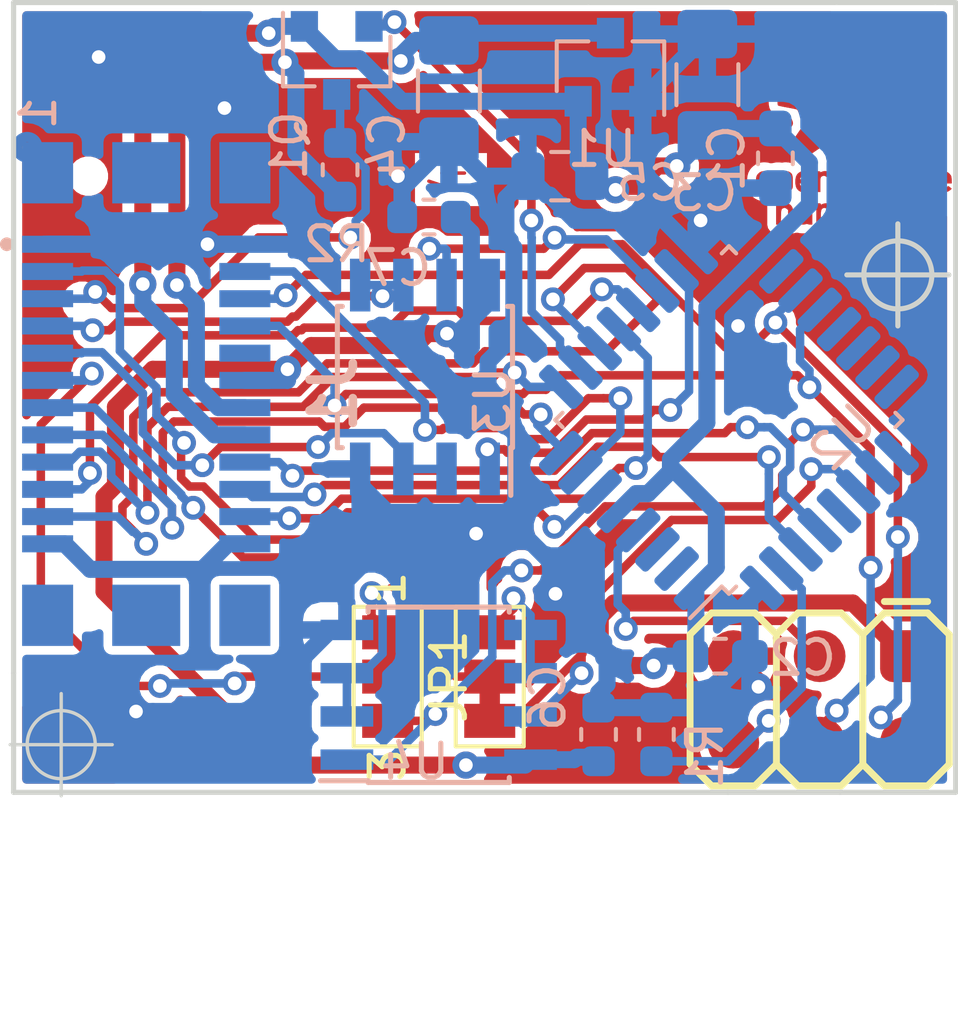
<source format=kicad_pcb>
(kicad_pcb (version 20190907) (host pcbnew "(5.99.0-375-g4460af5be-dirty)+6.0.0~dev1-1")
  (layers (0 "F.Cu" signal) (31 "B.Cu" signal) (34 "B.Paste" user) (35 "F.Paste" user) (36 "B.SilkS" user) (37 "F.SilkS" user) (38 "B.Mask" user) (39 "F.Mask" user) (44 "Edge.Cuts" user))
  (net 0 "")
  (net 1 "GND")
  (net 2 "+12V")
  (net 3 "+3V3")
  (net 4 "/T2")
  (net 5 "/T1")
  (net 6 "/EN")
  (net 7 "/1wire")
  (net 8 "/T3")
  (net 9 "/SW2")
  (net 10 "/SW1")
  (net 11 "+5V")
  (net 12 "/SDAx")
  (net 13 "/SCLx")
  (net 14 "/Rx")
  (net 15 "/Boot0")
  (net 16 "/Bus2")
  (net 17 "/Bus1")
  (net 18 "/Bus3")
  (net 19 "/Bus4")
  (net 20 "/Common bus interface/1wire_5")
  (net 21 "/Tx")
  (net 22 "/Common bus interface/Bus1_12")
  (net 23 "/Common bus interface/Bus2_12")
  (net 24 "/Common bus interface/Bus3_12")
  (net 25 "/Common bus interface/Bus4_12")
  (net 26 "/Tx2")
  (net 27 "/Rx2")
  (net 28 "Net-(JP1-Pad1)")
  (net 29 "Net-(JP2-Pad3)")
  (net 30 "GNDPWR")
  (module "Jumper:SolderJumper-3_P1.3mm_Bridged12_Pad1.0x1.5mm_NumberLabels" (layer "F.Cu") (at 41 59.8 -90)
    (fp_text reference "JP1" (at 0 -1.8 90) (layer "F.SilkS"))
    (fp_text value "SolderJumper_3_Bridged12")
    (fp_text user "3" (at 2.6 0 90) (layer "F.SilkS"))
    (fp_text user "1" (at -2.6 0 90) (layer "F.SilkS"))
    (fp_poly (pts (xy -0.9 -0.3) (xy -0.4 -0.3) (xy -0.4 0.3) (xy -0.9 0.3)) (layer "F.Cu") (width 0))
    (pad "2" smd rect (at 0 0 270) (size 1 1.5) (layers "F.Cu" "F.Mask") (net 24 "/Common bus interface/Bus3_12"))
    (pad "3" smd rect (at 1.3 0 270) (size 1 1.5) (layers "F.Cu" "F.Mask") (net 18 "/Bus3"))
    (pad "1" smd rect (at -1.3 0 270) (size 1 1.5) (layers "F.Cu" "F.Mask") (net 28 "Net-(JP1-Pad1)"))
  )
  (module "localstuff:TE_1775013_plug" (layer "B.Cu") (at 33.9 51.5 90)
    (fp_text reference "J1" (at 0 5.5 270) (layer "B.SilkS") (effects (font (size 1.27 1.27) (thickness 0.254)) (justify mirror)))
    (fp_text value "Moat_Bus_device" hide)
    (fp_text user "1" (at 8.255 -3.175 270) (layer "B.SilkS") (effects (justify mirror)))
    (fp_circle (center 7.25 -3.5) (end 7.55 -3.5) (layer "B.Cu") (width 0.3))
    (pad "1" smd rect (at 4.4 -2.9 90) (size 0.5 1.5) (layers "B.Cu" "B.Paste") (net 1 "GND"))
    (pad "2" smd rect (at 4.4 2.9 90) (size 0.5 1.5) (layers "B.Cu" "B.Paste") (net 1 "GND"))
    (pad "3" smd rect (at 3.6 -2.9 90) (size 0.5 1.5) (layers "B.Cu" "B.Paste") (net 10 "/SW1"))
    (pad "4" smd rect (at 3.6 2.9 90) (size 0.5 1.5) (layers "B.Cu" "B.Paste") (net 9 "/SW2"))
    (pad "5" smd rect (at 2.8 -2.9 90) (size 0.5 1.5) (layers "B.Cu" "B.Paste") (net 20 "/Common bus interface/1wire_5"))
    (pad "6" smd rect (at 2.8 2.9 90) (size 0.5 1.5) (layers "B.Cu" "B.Paste") (net 21 "/Tx"))
    (pad "7" smd rect (at 2 -2.9 90) (size 0.5 1.5) (layers "B.Cu" "B.Paste") (net 22 "/Common bus interface/Bus1_12"))
    (pad "8" smd rect (at 2 2.9 90) (size 0.5 1.5) (layers "B.Cu" "B.Paste") (net 14 "/Rx"))
    (pad "9" smd rect (at 1.2 -2.9 90) (size 0.5 1.5) (layers "B.Cu" "B.Paste") (net 23 "/Common bus interface/Bus2_12"))
    (pad "10" smd rect (at 1.2 2.9 90) (size 0.5 1.5) (layers "B.Cu" "B.Paste"))
    (pad "11" smd rect (at 0.4 -2.9 90) (size 0.5 1.5) (layers "B.Cu" "B.Paste") (net 24 "/Common bus interface/Bus3_12"))
    (pad "12" smd rect (at 0.4 2.9 90) (size 0.5 1.5) (layers "B.Cu" "B.Paste") (net 2 "+12V"))
    (pad "13" smd rect (at -0.4 -2.9 90) (size 0.5 1.5) (layers "B.Cu" "B.Paste") (net 25 "/Common bus interface/Bus4_12"))
    (pad "14" smd rect (at -0.4 2.9 90) (size 0.5 1.5) (layers "B.Cu" "B.Paste") (net 11 "+5V"))
    (pad "15" smd rect (at -1.2 -2.9 90) (size 0.5 1.5) (layers "B.Cu" "B.Paste") (net 26 "/Tx2"))
    (pad "16" smd rect (at -1.2 2.9 90) (size 0.5 1.5) (layers "B.Cu" "B.Paste") (net 3 "+3V3"))
    (pad "17" smd rect (at -2 -2.9 90) (size 0.5 1.5) (layers "B.Cu" "B.Paste") (net 27 "/Rx2"))
    (pad "18" smd rect (at -2 2.9 90) (size 0.5 1.5) (layers "B.Cu" "B.Paste") (net 13 "/SCLx"))
    (pad "19" smd rect (at -2.8 -2.9 90) (size 0.5 1.5) (layers "B.Cu" "B.Paste") (net 8 "/T3"))
    (pad "20" smd rect (at -2.8 2.9 90) (size 0.5 1.5) (layers "B.Cu" "B.Paste") (net 12 "/SDAx"))
    (pad "21" smd rect (at -3.6 -2.9 90) (size 0.5 1.5) (layers "B.Cu" "B.Paste") (net 5 "/T1"))
    (pad "22" smd rect (at -3.6 2.9 90) (size 0.5 1.5) (layers "B.Cu" "B.Paste") (net 4 "/T2"))
    (pad "23" smd rect (at -4.4 -2.9 90) (size 0.5 1.5) (layers "B.Cu" "B.Paste") (net 30 "GNDPWR"))
    (pad "24" smd rect (at -4.4 2.9 90) (size 0.5 1.5) (layers "B.Cu" "B.Paste") (net 30 "GNDPWR"))
    (pad "MNT" smd rect (at 6.5 -2.9 180) (size 1.5 1.8) (layers "B.Cu" "B.Paste"))
    (pad "MNT" smd rect (at 6.5 2.9 180) (size 1.5 1.8) (layers "B.Cu" "B.Paste"))
    (pad "MNT" smd rect (at -6.5 -2.9 180) (size 1.5 1.8) (layers "B.Cu" "B.Paste"))
    (pad "MNT" smd rect (at -6.5 2.9 180) (size 1.5 1.8) (layers "B.Cu" "B.Paste"))
    (pad "MNT" smd rect (at 6.5 0 90) (size 1.8 2) (layers "B.Cu" "B.Paste"))
    (pad "MNT" smd rect (at -6.5 0 90) (size 1.8 2) (layers "B.Cu" "B.Paste"))
    (pad "" np_thru_hole circle (at 6.4 -1.7 90) (size 0.65 0.65) (drill 0.65) (layers *.Cu *.Mask))
    (pad "" np_thru_hole circle (at -6.4 -1.7 90) (size 0.65 0.65) (drill 0.65) (layers *.Cu *.Mask))
  )
  (module "Symbol:OSHW-Logo_5.7x6mm_Copper" (layer "F.Cu") (at 54.7 43.5)
    (fp_text reference "REF**" hide)
    (fp_text value "OSHW-Logo_5.7x6mm_Copper" hide)
    (fp_poly (pts (xy -1.908759 1.469184) (xy -1.882247 1.482282) (xy -1.849553 1.505106) (xy -1.825725 1.529996) (xy -1.809406 1.561249) (xy -1.79924 1.603166) (xy -1.793872 1.660044) (xy -1.791944 1.736184) (xy -1.791831 1.768917) (xy -1.792161 1.840656) (xy -1.793527 1.891927) (xy -1.7965 1.927404) (xy -1.801649 1.951763) (xy -1.809543 1.96968) (xy -1.817757 1.981902) (xy -1.870187 2.033905) (xy -1.93193 2.065184) (xy -1.998536 2.074592) (xy -2.065558 2.06098) (xy -2.086792 2.051354) (xy -2.137624 2.024859) (xy -2.137624 2.440052) (xy -2.100525 2.420868) (xy -2.051643 2.406025) (xy -1.991561 2.402222) (xy -1.931564 2.409243) (xy -1.886256 2.425013) (xy -1.848675 2.455047) (xy -1.816564 2.498024) (xy -1.81415 2.502436) (xy -1.803967 2.523221) (xy -1.79653 2.54417) (xy -1.791411 2.569548) (xy -1.788181 2.603618) (xy -1.786413 2.650641) (xy -1.785677 2.714882) (xy -1.785544 2.787176) (xy -1.785544 3.017822) (xy -1.923861 3.017822) (xy -1.923861 2.592533) (xy -1.962549 2.559979) (xy -2.002738 2.53394) (xy -2.040797 2.529205) (xy -2.079066 2.541389) (xy -2.099462 2.55332) (xy -2.114642 2.570313) (xy -2.125438 2.595995) (xy -2.132683 2.633991) (xy -2.137208 2.687926) (xy -2.139844 2.761425) (xy -2.140772 2.810347) (xy -2.143911 3.011535) (xy -2.209926 3.015336) (xy -2.27594 3.019136) (xy -2.27594 1.77065) (xy -2.137624 1.77065) (xy -2.134097 1.840254) (xy -2.122215 1.888569) (xy -2.10002 1.918631) (xy -2.065559 1.933471) (xy -2.030742 1.936436) (xy -1.991329 1.933028) (xy -1.965171 1.919617) (xy -1.948814 1.901896) (xy -1.935937 1.882835) (xy -1.928272 1.861601) (xy -1.924861 1.831849) (xy -1.924749 1.787236) (xy -1.925897 1.74988) (xy -1.928532 1.693604) (xy -1.932456 1.656658) (xy -1.939063 1.633223) (xy -1.949749 1.61748) (xy -1.959833 1.60838) (xy -2.00197 1.588537) (xy -2.05184 1.585332) (xy -2.080476 1.592168) (xy -2.108828 1.616464) (xy -2.127609 1.663728) (xy -2.136712 1.733624) (xy -2.137624 1.77065) (xy -2.27594 1.77065) (xy -2.27594 1.458614) (xy -2.206782 1.458614) (xy -2.16526 1.460256) (xy -2.143838 1.466087) (xy -2.137626 1.477461) (xy -2.137624 1.477798) (xy -2.134742 1.488938) (xy -2.12203 1.487673) (xy -2.096757 1.475433) (xy -2.037869 1.456707) (xy -1.971615 1.454739) (xy -1.908759 1.469184)) (layer "F.Cu") (width 0.01))
    (fp_poly (pts (xy -1.38421 2.406555) (xy -1.325055 2.422339) (xy -1.280023 2.450948) (xy -1.248246 2.488419) (xy -1.238366 2.504411) (xy -1.231073 2.521163) (xy -1.225974 2.542592) (xy -1.222679 2.572616) (xy -1.220797 2.615154) (xy -1.219937 2.674122) (xy -1.219707 2.75344) (xy -1.219703 2.774484) (xy -1.219703 3.017822) (xy -1.280059 3.017822) (xy -1.318557 3.015126) (xy -1.347023 3.008295) (xy -1.354155 3.004083) (xy -1.373652 2.996813) (xy -1.393566 3.004083) (xy -1.426353 3.01316) (xy -1.473978 3.016813) (xy -1.526764 3.015228) (xy -1.575036 3.008589) (xy -1.603218 3.000072) (xy -1.657753 2.965063) (xy -1.691835 2.916479) (xy -1.707157 2.851882) (xy -1.707299 2.850223) (xy -1.705955 2.821566) (xy -1.584356 2.821566) (xy -1.573726 2.854161) (xy -1.55641 2.872505) (xy -1.521652 2.886379) (xy -1.475773 2.891917) (xy -1.428988 2.889191) (xy -1.391514 2.878274) (xy -1.381015 2.871269) (xy -1.362668 2.838904) (xy -1.35802 2.802111) (xy -1.35802 2.753763) (xy -1.427582 2.753763) (xy -1.493667 2.75885) (xy -1.543764 2.773263) (xy -1.574929 2.795729) (xy -1.584356 2.821566) (xy -1.705955 2.821566) (xy -1.703987 2.779647) (xy -1.68071 2.723845) (xy -1.636948 2.681647) (xy -1.630899 2.677808) (xy -1.604907 2.665309) (xy -1.572735 2.65774) (xy -1.52776 2.654061) (xy -1.474331 2.653216) (xy -1.35802 2.653169) (xy -1.35802 2.604411) (xy -1.362953 2.566581) (xy -1.375543 2.541236) (xy -1.377017 2.539887) (xy -1.405034 2.5288) (xy -1.447326 2.524503) (xy -1.494064 2.526615) (xy -1.535418 2.534756) (xy -1.559957 2.546965) (xy -1.573253 2.556746) (xy -1.587294 2.558613) (xy -1.606671 2.5506) (xy -1.635976 2.530739) (xy -1.679803 2.497063) (xy -1.683825 2.493909) (xy -1.681764 2.482236) (xy -1.664568 2.462822) (xy -1.638433 2.441248) (xy -1.609552 2.423096) (xy -1.600478 2.418809) (xy -1.56738 2.410256) (xy -1.51888 2.404155) (xy -1.464695 2.401708) (xy -1.462161 2.401703) (xy -1.38421 2.406555)) (layer "F.Cu") (width 0.01))
    (fp_poly (pts (xy -0.993356 2.40302) (xy -0.974539 2.40866) (xy -0.968473 2.421053) (xy -0.968218 2.426647) (xy -0.967129 2.44223) (xy -0.959632 2.444676) (xy -0.939381 2.433993) (xy -0.927351 2.426694) (xy -0.8894 2.411063) (xy -0.844072 2.403334) (xy -0.796544 2.40274) (xy -0.751995 2.408513) (xy -0.715602 2.419884) (xy -0.692543 2.436088) (xy -0.687996 2.456355) (xy -0.690291 2.461843) (xy -0.70702 2.484626) (xy -0.732963 2.512647) (xy -0.737655 2.517177) (xy -0.762383 2.538005) (xy -0.783718 2.544735) (xy -0.813555 2.540038) (xy -0.825508 2.536917) (xy -0.862705 2.529421) (xy -0.888859 2.532792) (xy -0.910946 2.544681) (xy -0.931178 2.560635) (xy -0.946079 2.5807) (xy -0.956434 2.608702) (xy -0.963029 2.648467) (xy -0.966649 2.703823) (xy -0.968078 2.778594) (xy -0.968218 2.82374) (xy -0.968218 3.017822) (xy -1.09396 3.017822) (xy -1.09396 2.401683) (xy -1.031089 2.401683) (xy -0.993356 2.40302)) (layer "F.Cu") (width 0.01))
    (fp_poly (pts (xy -0.201188 3.017822) (xy -0.270346 3.017822) (xy -0.310488 3.016645) (xy -0.331394 3.011772) (xy -0.338922 3.001186) (xy -0.339505 2.994029) (xy -0.340774 2.979676) (xy -0.348779 2.976923) (xy -0.369815 2.985771) (xy -0.386173 2.994029) (xy -0.448977 3.013597) (xy -0.517248 3.014729) (xy -0.572752 3.000135) (xy -0.624438 2.964877) (xy -0.663838 2.912835) (xy -0.685413 2.85145) (xy -0.685962 2.848018) (xy -0.689167 2.810571) (xy -0.690761 2.756813) (xy -0.690633 2.716155) (xy -0.553279 2.716155) (xy -0.550097 2.770194) (xy -0.542859 2.814735) (xy -0.53306 2.839888) (xy -0.495989 2.87426) (xy -0.451974 2.886582) (xy -0.406584 2.876618) (xy -0.367797 2.846895) (xy -0.353108 2.826905) (xy -0.344519 2.80305) (xy -0.340496 2.76823) (xy -0.339505 2.71593) (xy -0.341278 2.664139) (xy -0.345963 2.618634) (xy -0.352603 2.588181) (xy -0.35371 2.585452) (xy -0.380491 2.553) (xy -0.419579 2.535183) (xy -0.463315 2.532306) (xy -0.504038 2.544674) (xy -0.534087 2.572593) (xy -0.537204 2.578148) (xy -0.546961 2.612022) (xy -0.552277 2.660728) (xy -0.553279 2.716155) (xy -0.690633 2.716155) (xy -0.690568 2.69554) (xy -0.689664 2.662563) (xy -0.683514 2.580981) (xy -0.670733 2.51973) (xy -0.649471 2.474449) (xy -0.617878 2.440779) (xy -0.587207 2.421014) (xy -0.544354 2.40712) (xy -0.491056 2.402354) (xy -0.43648 2.406236) (xy -0.389792 2.418282) (xy -0.365124 2.432693) (xy -0.339505 2.455878) (xy -0.339505 2.162773) (xy -0.201188 2.162773) (xy -0.201188 3.017822)) (layer "F.Cu") (width 0.01))
    (fp_poly (pts (xy 0.281524 2.404237) (xy 0.331255 2.407971) (xy 0.461291 2.797773) (xy 0.481678 2.728614) (xy 0.493946 2.685874) (xy 0.510085 2.628115) (xy 0.527512 2.564625) (xy 0.536726 2.53057) (xy 0.571388 2.401683) (xy 0.714391 2.401683) (xy 0.671646 2.536857) (xy 0.650596 2.603342) (xy 0.625167 2.683539) (xy 0.59861 2.767193) (xy 0.574902 2.841782) (xy 0.520902 3.011535) (xy 0.462598 3.015328) (xy 0.404295 3.019122) (xy 0.372679 2.914734) (xy 0.353182 2.849889) (xy 0.331904 2.7784) (xy 0.313308 2.715263) (xy 0.312574 2.71275) (xy 0.298684 2.669969) (xy 0.286429 2.640779) (xy 0.277846 2.629741) (xy 0.276082 2.631018) (xy 0.269891 2.64813) (xy 0.258128 2.684787) (xy 0.242225 2.736378) (xy 0.223614 2.798294) (xy 0.213543 2.832352) (xy 0.159007 3.017822) (xy 0.043264 3.017822) (xy -0.049263 2.725471) (xy -0.075256 2.643462) (xy -0.098934 2.568987) (xy -0.11918 2.505544) (xy -0.134874 2.456632) (xy -0.144898 2.425749) (xy -0.147945 2.416726) (xy -0.145533 2.407487) (xy -0.126592 2.403441) (xy -0.087177 2.403846) (xy -0.081007 2.404152) (xy -0.007914 2.407971) (xy 0.039957 2.58401) (xy 0.057553 2.648211) (xy 0.073277 2.704649) (xy 0.085746 2.748422) (xy 0.093574 2.77463) (xy 0.09502 2.778903) (xy 0.101014 2.77399) (xy 0.113101 2.748532) (xy 0.129893 2.705997) (xy 0.150003 2.64985) (xy 0.167003 2.59913) (xy 0.231794 2.400504) (xy 0.281524 2.404237)) (layer "F.Cu") (width 0.01))
    (fp_poly (pts (xy 1.038411 2.405417) (xy 1.091411 2.41829) (xy 1.106731 2.42511) (xy 1.136428 2.442974) (xy 1.15922 2.463093) (xy 1.176083 2.488962) (xy 1.187998 2.524073) (xy 1.195942 2.57192) (xy 1.200894 2.635996) (xy 1.203831 2.719794) (xy 1.204947 2.775768) (xy 1.209052 3.017822) (xy 1.138932 3.017822) (xy 1.096393 3.016038) (xy 1.074476 3.009942) (xy 1.068812 2.999706) (xy 1.065821 2.988637) (xy 1.052451 2.990754) (xy 1.034233 2.999629) (xy 0.988624 3.013233) (xy 0.930007 3.016899) (xy 0.868354 3.010903) (xy 0.813638 2.995521) (xy 0.80873 2.993386) (xy 0.758723 2.958255) (xy 0.725756 2.909419) (xy 0.710587 2.852333) (xy 0.711746 2.831824) (xy 0.835508 2.831824) (xy 0.846413 2.859425) (xy 0.878745 2.879204) (xy 0.93091 2.889819) (xy 0.958787 2.891228) (xy 1.005247 2.88762) (xy 1.036129 2.873597) (xy 1.043664 2.866931) (xy 1.064076 2.830666) (xy 1.068812 2.797773) (xy 1.068812 2.753763) (xy 1.007513 2.753763) (xy 0.936256 2.757395) (xy 0.886276 2.768818) (xy 0.854696 2.788824) (xy 0.847626 2.797743) (xy 0.835508 2.831824) (xy 0.711746 2.831824) (xy 0.713971 2.792456) (xy 0.736663 2.735244) (xy 0.767624 2.69658) (xy 0.786376 2.679864) (xy 0.804733 2.668878) (xy 0.828619 2.66218) (xy 0.863957 2.658326) (xy 0.916669 2.655873) (xy 0.937577 2.655168) (xy 1.068812 2.650879) (xy 1.06862 2.611158) (xy 1.063537 2.569405) (xy 1.045162 2.544158) (xy 1.008039 2.52803) (xy 1.007043 2.527742) (xy 0.95441 2.5214) (xy 0.902906 2.529684) (xy 0.86463 2.549827) (xy 0.849272 2.559773) (xy 0.83273 2.558397) (xy 0.807275 2.543987) (xy 0.792328 2.533817) (xy 0.763091 2.512088) (xy 0.74498 2.4958) (xy 0.742074 2.491137) (xy 0.75404 2.467005) (xy 0.789396 2.438185) (xy 0.804753 2.428461) (xy 0.848901 2.411714) (xy 0.908398 2.402227) (xy 0.974487 2.400095) (xy 1.038411 2.405417)) (layer "F.Cu") (width 0.01))
    (fp_poly (pts (xy 1.635255 2.401486) (xy 1.683595 2.411015) (xy 1.711114 2.425125) (xy 1.740064 2.448568) (xy 1.698876 2.500571) (xy 1.673482 2.532064) (xy 1.656238 2.547428) (xy 1.639102 2.549776) (xy 1.614027 2.542217) (xy 1.602257 2.537941) (xy 1.55427 2.531631) (xy 1.510324 2.545156) (xy 1.47806 2.57571) (xy 1.472819 2.585452) (xy 1.467112 2.611258) (xy 1.462706 2.658817) (xy 1.459811 2.724758) (xy 1.458631 2.80571) (xy 1.458614 2.817226) (xy 1.458614 3.017822) (xy 1.320297 3.017822) (xy 1.320297 2.401683) (xy 1.389456 2.401683) (xy 1.429333 2.402725) (xy 1.450107 2.407358) (xy 1.457789 2.417849) (xy 1.458614 2.427745) (xy 1.458614 2.453806) (xy 1.491745 2.427745) (xy 1.529735 2.409965) (xy 1.58077 2.401174) (xy 1.635255 2.401486)) (layer "F.Cu") (width 0.01))
    (fp_poly (pts (xy 2.032581 2.40497) (xy 2.092685 2.420597) (xy 2.143021 2.452848) (xy 2.167393 2.47694) (xy 2.207345 2.533895) (xy 2.230242 2.599965) (xy 2.238108 2.681182) (xy 2.238148 2.687748) (xy 2.238218 2.753763) (xy 1.858264 2.753763) (xy 1.866363 2.788342) (xy 1.880987 2.819659) (xy 1.906581 2.852291) (xy 1.911935 2.8575) (xy 1.957943 2.885694) (xy 2.01041 2.890475) (xy 2.070803 2.871926) (xy 2.08104 2.866931) (xy 2.112439 2.851745) (xy 2.13347 2.843094) (xy 2.137139 2.842293) (xy 2.149948 2.850063) (xy 2.174378 2.869072) (xy 2.186779 2.87946) (xy 2.212476 2.903321) (xy 2.220915 2.919077) (xy 2.215058 2.933571) (xy 2.211928 2.937534) (xy 2.190725 2.954879) (xy 2.155738 2.975959) (xy 2.131337 2.988265) (xy 2.062072 3.009946) (xy 1.985388 3.016971) (xy 1.912765 3.008647) (xy 1.892426 3.002686) (xy 1.829476 2.968952) (xy 1.782815 2.917045) (xy 1.752173 2.846459) (xy 1.737282 2.756692) (xy 1.735647 2.709753) (xy 1.740421 2.641413) (xy 1.86099 2.641413) (xy 1.872652 2.646465) (xy 1.903998 2.650429) (xy 1.949571 2.652768) (xy 1.980446 2.653169) (xy 2.035981 2.652783) (xy 2.071033 2.650975) (xy 2.090262 2.646773) (xy 2.09833 2.639203) (xy 2.099901 2.628218) (xy 2.089121 2.594381) (xy 2.06198 2.56094) (xy 2.026277 2.535272) (xy 1.99056 2.524772) (xy 1.942048 2.534086) (xy 1.900053 2.561013) (xy 1.870936 2.599827) (xy 1.86099 2.641413) (xy 1.740421 2.641413) (xy 1.742599 2.610236) (xy 1.764055 2.530949) (xy 1.80047 2.471263) (xy 1.852297 2.430549) (xy 1.91999 2.408179) (xy 1.956662 2.403871) (xy 2.032581 2.40497)) (layer "F.Cu") (width 0.01))
    (fp_poly (pts (xy -2.538261 1.465148) (xy -2.472479 1.494231) (xy -2.42254 1.542793) (xy -2.388374 1.610908) (xy -2.369907 1.698651) (xy -2.368583 1.712351) (xy -2.367546 1.808939) (xy -2.380993 1.893602) (xy -2.408108 1.962221) (xy -2.422627 1.984294) (xy -2.473201 2.031011) (xy -2.537609 2.061268) (xy -2.609666 2.073824) (xy -2.683185 2.067439) (xy -2.739072 2.047772) (xy -2.787132 2.014629) (xy -2.826412 1.971175) (xy -2.827092 1.970158) (xy -2.843044 1.943338) (xy -2.85341 1.916368) (xy -2.859688 1.882332) (xy -2.863373 1.83431) (xy -2.864997 1.794931) (xy -2.865672 1.759219) (xy -2.739955 1.759219) (xy -2.738726 1.79477) (xy -2.734266 1.842094) (xy -2.726397 1.872465) (xy -2.712207 1.894072) (xy -2.698917 1.906694) (xy -2.651802 1.933122) (xy -2.602505 1.936653) (xy -2.556593 1.917639) (xy -2.533638 1.896331) (xy -2.517096 1.874859) (xy -2.507421 1.854313) (xy -2.503174 1.827574) (xy -2.50292 1.787523) (xy -2.504228 1.750638) (xy -2.507043 1.697947) (xy -2.511505 1.663772) (xy -2.519548 1.64148) (xy -2.533103 1.624442) (xy -2.543845 1.614703) (xy -2.588777 1.589123) (xy -2.637249 1.587847) (xy -2.677894 1.602999) (xy -2.712567 1.634642) (xy -2.733224 1.68662) (xy -2.739955 1.759219) (xy -2.865672 1.759219) (xy -2.866479 1.716621) (xy -2.863948 1.658056) (xy -2.856362 1.614007) (xy -2.842681 1.579248) (xy -2.821865 1.548551) (xy -2.814147 1.539436) (xy -2.765889 1.494021) (xy -2.714128 1.467493) (xy -2.650828 1.456379) (xy -2.619961 1.455471) (xy -2.538261 1.465148)) (layer "F.Cu") (width 0.01))
    (fp_poly (pts (xy -1.356699 1.472614) (xy -1.344168 1.478514) (xy -1.300799 1.510283) (xy -1.25979 1.556646) (xy -1.229168 1.607696) (xy -1.220459 1.631166) (xy -1.212512 1.673091) (xy -1.207774 1.723757) (xy -1.207199 1.744679) (xy -1.207129 1.810693) (xy -1.587083 1.810693) (xy -1.578983 1.845273) (xy -1.559104 1.88617) (xy -1.524347 1.921514) (xy -1.482998 1.944282) (xy -1.456649 1.94901) (xy -1.420916 1.943273) (xy -1.378282 1.928882) (xy -1.363799 1.922262) (xy -1.31024 1.895513) (xy -1.264533 1.930376) (xy -1.238158 1.953955) (xy -1.224124 1.973417) (xy -1.223414 1.979129) (xy -1.235951 1.992973) (xy -1.263428 2.014012) (xy -1.288366 2.030425) (xy -1.355664 2.05993) (xy -1.43111 2.073284) (xy -1.505888 2.069812) (xy -1.565495 2.051663) (xy -1.626941 2.012784) (xy -1.670608 1.961595) (xy -1.697926 1.895367) (xy -1.710322 1.811371) (xy -1.711421 1.772936) (xy -1.707022 1.684861) (xy -1.706482 1.682299) (xy -1.580582 1.682299) (xy -1.577115 1.690558) (xy -1.562863 1.695113) (xy -1.53347 1.697065) (xy -1.484575 1.697517) (xy -1.465748 1.697525) (xy -1.408467 1.696843) (xy -1.372141 1.694364) (xy -1.352604 1.689443) (xy -1.34569 1.681434) (xy -1.345445 1.678862) (xy -1.353336 1.658423) (xy -1.373085 1.629789) (xy -1.381575 1.619763) (xy -1.413094 1.591408) (xy -1.445949 1.580259) (xy -1.463651 1.579327) (xy -1.511539 1.590981) (xy -1.551699 1.622285) (xy -1.577173 1.667752) (xy -1.577625 1.669233) (xy -1.580582 1.682299) (xy -1.706482 1.682299) (xy -1.692392 1.61551) (xy -1.666038 1.560025) (xy -1.633807 1.520639) (xy -1.574217 1.477931) (xy -1.504168 1.455109) (xy -1.429661 1.453046) (xy -1.356699 1.472614)) (layer "F.Cu") (width 0.01))
    (fp_poly (pts (xy 0.014017 1.456452) (xy 0.061634 1.465482) (xy 0.111034 1.48437) (xy 0.116312 1.486777) (xy 0.153774 1.506476) (xy 0.179717 1.524781) (xy 0.188103 1.536508) (xy 0.180117 1.555632) (xy 0.16072 1.58385) (xy 0.15211 1.594384) (xy 0.116628 1.635847) (xy 0.070885 1.608858) (xy 0.02735 1.590878) (xy -0.02295 1.581267) (xy -0.071188 1.58066) (xy -0.108533 1.589691) (xy -0.117495 1.595327) (xy -0.134563 1.621171) (xy -0.136637 1.650941) (xy -0.123866 1.674197) (xy -0.116312 1.678708) (xy -0.093675 1.684309) (xy -0.053885 1.690892) (xy -0.004834 1.697183) (xy 0.004215 1.69817) (xy 0.082996 1.711798) (xy 0.140136 1.734946) (xy 0.17803 1.769752) (xy 0.199079 1.818354) (xy 0.205635 1.877718) (xy 0.196577 1.945198) (xy 0.167164 1.998188) (xy 0.117278 2.036783) (xy 0.0468 2.061081) (xy -0.031435 2.070667) (xy -0.095234 2.070552) (xy -0.146984 2.061845) (xy -0.182327 2.049825) (xy -0.226983 2.02888) (xy -0.268253 2.004574) (xy -0.282921 1.993876) (xy -0.320643 1.963084) (xy -0.275148 1.917049) (xy -0.229653 1.871013) (xy -0.177928 1.905243) (xy -0.126048 1.930952) (xy -0.070649 1.944399) (xy -0.017395 1.945818) (xy 0.028049 1.935443) (xy 0.060016 1.913507) (xy 0.070338 1.894998) (xy 0.068789 1.865314) (xy 0.04314 1.842615) (xy -0.00654 1.82694) (xy -0.060969 1.819695) (xy -0.144736 1.805873) (xy -0.206967 1.779796) (xy -0.248493 1.740699) (xy -0.270147 1.68782) (xy -0.273147 1.625126) (xy -0.258329 1.559642) (xy -0.224546 1.510144) (xy -0.171495 1.476408) (xy -0.098874 1.458207) (xy -0.045072 1.454639) (xy 0.014017 1.456452)) (layer "F.Cu") (width 0.01))
    (fp_poly (pts (xy 0.610762 1.466055) (xy 0.674363 1.500692) (xy 0.724123 1.555372) (xy 0.747568 1.599842) (xy 0.757634 1.639121) (xy 0.764156 1.695116) (xy 0.766951 1.759621) (xy 0.765836 1.824429) (xy 0.760626 1.881334) (xy 0.754541 1.911727) (xy 0.734014 1.953306) (xy 0.698463 1.997468) (xy 0.655619 2.036087) (xy 0.613211 2.061034) (xy 0.612177 2.06143) (xy 0.559553 2.072331) (xy 0.497188 2.072601) (xy 0.437924 2.062676) (xy 0.41504 2.054722) (xy 0.356102 2.0213) (xy 0.31389 1.977511) (xy 0.286156 1.919538) (xy 0.270651 1.843565) (xy 0.267143 1.803771) (xy 0.26759 1.753766) (xy 0.402376 1.753766) (xy 0.406917 1.826732) (xy 0.419986 1.882334) (xy 0.440756 1.917861) (xy 0.455552 1.92802) (xy 0.493464 1.935104) (xy 0.538527 1.933007) (xy 0.577487 1.922812) (xy 0.587704 1.917204) (xy 0.614659 1.884538) (xy 0.632451 1.834545) (xy 0.640024 1.773705) (xy 0.636325 1.708497) (xy 0.628057 1.669253) (xy 0.60432 1.623805) (xy 0.566849 1.595396) (xy 0.52172 1.585573) (xy 0.475011 1.595887) (xy 0.439132 1.621112) (xy 0.420277 1.641925) (xy 0.409272 1.662439) (xy 0.404026 1.690203) (xy 0.402449 1.732762) (xy 0.402376 1.753766) (xy 0.26759 1.753766) (xy 0.268094 1.69758) (xy 0.285388 1.610501) (xy 0.319029 1.54253) (xy 0.369018 1.493664) (xy 0.435356 1.463899) (xy 0.449601 1.460448) (xy 0.53521 1.452345) (xy 0.610762 1.466055)) (layer "F.Cu") (width 0.01))
    (fp_poly (pts (xy 0.993367 1.654342) (xy 0.994555 1.746563) (xy 0.998897 1.81661) (xy 1.007558 1.867381) (xy 1.021704 1.901772) (xy 1.0425 1.922679) (xy 1.07111 1.933) (xy 1.106535 1.935636) (xy 1.143636 1.932682) (xy 1.171818 1.921889) (xy 1.192243 1.90036) (xy 1.206079 1.865199) (xy 1.214491 1.81351) (xy 1.218643 1.742394) (xy 1.219703 1.654342) (xy 1.219703 1.458614) (xy 1.35802 1.458614) (xy 1.35802 2.062179) (xy 1.288862 2.062179) (xy 1.24717 2.060489) (xy 1.225701 2.054556) (xy 1.219703 2.043293) (xy 1.216091 2.033261) (xy 1.201714 2.035383) (xy 1.172736 2.04958) (xy 1.106319 2.07148) (xy 1.035875 2.069928) (xy 0.968377 2.046147) (xy 0.936233 2.027362) (xy 0.911715 2.007022) (xy 0.893804 1.981573) (xy 0.881479 1.947458) (xy 0.873723 1.901121) (xy 0.869516 1.839007) (xy 0.86784 1.757561) (xy 0.867624 1.694578) (xy 0.867624 1.458614) (xy 0.993367 1.458614) (xy 0.993367 1.654342)) (layer "F.Cu") (width 0.01))
    (fp_poly (pts (xy 2.217226 1.46388) (xy 2.29008 1.49483) (xy 2.313027 1.509895) (xy 2.342354 1.533048) (xy 2.360764 1.551253) (xy 2.363961 1.557183) (xy 2.354935 1.57034) (xy 2.331837 1.592667) (xy 2.313344 1.60825) (xy 2.262728 1.648926) (xy 2.22276 1.615295) (xy 2.191874 1.593584) (xy 2.161759 1.58609) (xy 2.127292 1.58792) (xy 2.072561 1.601528) (xy 2.034886 1.629772) (xy 2.011991 1.675433) (xy 2.001597 1.741289) (xy 2.001595 1.741331) (xy 2.002494 1.814939) (xy 2.016463 1.868946) (xy 2.044328 1.905716) (xy 2.063325 1.918168) (xy 2.113776 1.933673) (xy 2.167663 1.933683) (xy 2.214546 1.918638) (xy 2.225644 1.911287) (xy 2.253476 1.892511) (xy 2.275236 1.889434) (xy 2.298704 1.903409) (xy 2.324649 1.92851) (xy 2.365716 1.97088) (xy 2.320121 2.008464) (xy 2.249674 2.050882) (xy 2.170233 2.071785) (xy 2.087215 2.070272) (xy 2.032694 2.056411) (xy 1.96897 2.022135) (xy 1.918005 1.968212) (xy 1.894851 1.930149) (xy 1.876099 1.875536) (xy 1.866715 1.806369) (xy 1.866643 1.731407) (xy 1.875824 1.659409) (xy 1.894199 1.599137) (xy 1.897093 1.592958) (xy 1.939952 1.532351) (xy 1.997979 1.488224) (xy 2.066591 1.461493) (xy 2.141201 1.453073) (xy 2.217226 1.46388)) (layer "F.Cu") (width 0.01))
    (fp_poly (pts (xy 2.677898 1.456457) (xy 2.710096 1.464279) (xy 2.771825 1.492921) (xy 2.82461 1.536667) (xy 2.861141 1.589117) (xy 2.86616 1.600893) (xy 2.873045 1.63174) (xy 2.877864 1.677371) (xy 2.879505 1.723492) (xy 2.879505 1.810693) (xy 2.697178 1.810693) (xy 2.621979 1.810978) (xy 2.569003 1.812704) (xy 2.535325 1.817181) (xy 2.51802 1.82572) (xy 2.514163 1.83963) (xy 2.520829 1.860222) (xy 2.53277 1.884315) (xy 2.56608 1.924525) (xy 2.612368 1.944558) (xy 2.668944 1.943905) (xy 2.733031 1.922101) (xy 2.788417 1.895193) (xy 2.834375 1.931532) (xy 2.880333 1.967872) (xy 2.837096 2.007819) (xy 2.779374 2.045563) (xy 2.708386 2.06832) (xy 2.632029 2.074688) (xy 2.558199 2.063268) (xy 2.546287 2.059393) (xy 2.481399 2.025506) (xy 2.43313 1.974986) (xy 2.400465 1.906325) (xy 2.382385 1.818014) (xy 2.382175 1.816121) (xy 2.380556 1.719878) (xy 2.3871 1.685542) (xy 2.514852 1.685542) (xy 2.526584 1.690822) (xy 2.558438 1.694867) (xy 2.605397 1.697176) (xy 2.635154 1.697525) (xy 2.690648 1.697306) (xy 2.725346 1.695916) (xy 2.743601 1.692251) (xy 2.749766 1.68521) (xy 2.748195 1.67369) (xy 2.746878 1.669233) (xy 2.724382 1.627355) (xy 2.689003 1.593604) (xy 2.65778 1.578773) (xy 2.616301 1.579668) (xy 2.574269 1.598164) (xy 2.539012 1.628786) (xy 2.517854 1.666062) (xy 2.514852 1.685542) (xy 2.3871 1.685542) (xy 2.39669 1.635229) (xy 2.428698 1.564191) (xy 2.474701 1.508779) (xy 2.532821 1.471009) (xy 2.60118 1.452896) (xy 2.677898 1.456457)) (layer "F.Cu") (width 0.01))
    (fp_poly (pts (xy -0.754012 1.469002) (xy -0.722717 1.48395) (xy -0.692409 1.505541) (xy -0.669318 1.530391) (xy -0.6525 1.562087) (xy -0.641006 1.604214) (xy -0.633891 1.660358) (xy -0.630207 1.734106) (xy -0.629008 1.829044) (xy -0.628989 1.838985) (xy -0.628713 2.062179) (xy -0.76703 2.062179) (xy -0.76703 1.856418) (xy -0.767128 1.780189) (xy -0.767809 1.724939) (xy -0.769651 1.686501) (xy -0.773233 1.660706) (xy -0.779132 1.643384) (xy -0.787927 1.630368) (xy -0.80018 1.617507) (xy -0.843047 1.589873) (xy -0.889843 1.584745) (xy -0.934424 1.602217) (xy -0.949928 1.615221) (xy -0.96131 1.627447) (xy -0.969481 1.64054) (xy -0.974974 1.658615) (xy -0.97832 1.685787) (xy -0.980051 1.72617) (xy -0.980697 1.783879) (xy -0.980792 1.854132) (xy -0.980792 2.062179) (xy -1.119109 2.062179) (xy -1.119109 1.458614) (xy -1.04995 1.458614) (xy -1.008428 1.460256) (xy -0.987006 1.466087) (xy -0.980795 1.477461) (xy -0.980792 1.477798) (xy -0.97791 1.488938) (xy -0.965199 1.487674) (xy -0.939926 1.475434) (xy -0.882605 1.457424) (xy -0.817037 1.455421) (xy -0.754012 1.469002)) (layer "F.Cu") (width 0.01))
    (fp_poly (pts (xy 1.79946 1.45803) (xy 1.842711 1.471245) (xy 1.870558 1.487941) (xy 1.879629 1.501145) (xy 1.877132 1.516797) (xy 1.860931 1.541385) (xy 1.847232 1.5588) (xy 1.818992 1.590283) (xy 1.797775 1.603529) (xy 1.779688 1.602664) (xy 1.726035 1.58901) (xy 1.68663 1.58963) (xy 1.654632 1.605104) (xy 1.64389 1.614161) (xy 1.609505 1.646027) (xy 1.609505 2.062179) (xy 1.471188 2.062179) (xy 1.471188 1.458614) (xy 1.540347 1.458614) (xy 1.581869 1.460256) (xy 1.603291 1.466087) (xy 1.609502 1.477461) (xy 1.609505 1.477798) (xy 1.612439 1.489713) (xy 1.625704 1.488159) (xy 1.644084 1.479563) (xy 1.682046 1.463568) (xy 1.712872 1.453945) (xy 1.752536 1.451478) (xy 1.79946 1.45803)) (layer "F.Cu") (width 0.01))
    (fp_poly (pts (xy 0.376964 -2.709982) (xy 0.433812 -2.40843) (xy 0.853338 -2.235488) (xy 1.104984 -2.406605) (xy 1.175458 -2.45425) (xy 1.239163 -2.49679) (xy 1.293126 -2.532285) (xy 1.334373 -2.55879) (xy 1.359934 -2.574364) (xy 1.366895 -2.577722) (xy 1.379435 -2.569086) (xy 1.406231 -2.545208) (xy 1.44428 -2.509141) (xy 1.490579 -2.463933) (xy 1.542123 -2.412636) (xy 1.595909 -2.358299) (xy 1.648935 -2.303972) (xy 1.698195 -2.252705) (xy 1.740687 -2.207549) (xy 1.773407 -2.171554) (xy 1.793351 -2.14777) (xy 1.798119 -2.13981) (xy 1.791257 -2.125135) (xy 1.77202 -2.092986) (xy 1.74243 -2.046508) (xy 1.70451 -1.988844) (xy 1.660282 -1.92314) (xy 1.634654 -1.885664) (xy 1.587941 -1.817232) (xy 1.546432 -1.75548) (xy 1.51214 -1.703481) (xy 1.48708 -1.664308) (xy 1.473264 -1.641035) (xy 1.471188 -1.636145) (xy 1.475895 -1.622245) (xy 1.488723 -1.58985) (xy 1.507738 -1.543515) (xy 1.531003 -1.487794) (xy 1.556584 -1.427242) (xy 1.582545 -1.366414) (xy 1.60695 -1.309864) (xy 1.627863 -1.262148) (xy 1.643349 -1.227819) (xy 1.651472 -1.211432) (xy 1.651952 -1.210788) (xy 1.664707 -1.207659) (xy 1.698677 -1.200679) (xy 1.75034 -1.190533) (xy 1.816176 -1.177908) (xy 1.892664 -1.163491) (xy 1.93729 -1.155177) (xy 2.019021 -1.139616) (xy 2.092843 -1.124808) (xy 2.155021 -1.111564) (xy 2.201822 -1.100695) (xy 2.229509 -1.093011) (xy 2.235074 -1.090573) (xy 2.240526 -1.07407) (xy 2.244924 -1.0368) (xy 2.248272 -0.98312) (xy 2.250574 -0.917388) (xy 2.251832 -0.843963) (xy 2.252048 -0.767204) (xy 2.251227 -0.691468) (xy 2.249371 -0.621114) (xy 2.246482 -0.5605) (xy 2.242565 -0.513984) (xy 2.237622 -0.485925) (xy 2.234657 -0.480084) (xy 2.216934 -0.473083) (xy 2.179381 -0.463073) (xy 2.126964 -0.451231) (xy 2.064652 -0.438733) (xy 2.0429 -0.43469) (xy 1.938024 -0.41548) (xy 1.85518 -0.400009) (xy 1.79163 -0.387663) (xy 1.744637 -0.377827) (xy 1.711463 -0.369886) (xy 1.689371 -0.363224) (xy 1.675624 -0.357227) (xy 1.667484 -0.351281) (xy 1.666345 -0.350106) (xy 1.654977 -0.331174) (xy 1.637635 -0.294331) (xy 1.61605 -0.244087) (xy 1.591954 -0.184954) (xy 1.567079 -0.121444) (xy 1.543157 -0.058068) (xy 1.521919 0.000662) (xy 1.505097 0.050235) (xy 1.494422 0.086139) (xy 1.491627 0.103862) (xy 1.49186 0.104483) (xy 1.501331 0.11897) (xy 1.522818 0.150844) (xy 1.554063 0.196789) (xy 1.592807 0.253485) (xy 1.636793 0.317617) (xy 1.649319 0.335842) (xy 1.693984 0.401914) (xy 1.733288 0.4622) (xy 1.765088 0.513235) (xy 1.787245 0.55156) (xy 1.797617 0.573711) (xy 1.798119 0.576432) (xy 1.789405 0.590736) (xy 1.765325 0.619072) (xy 1.728976 0.658396) (xy 1.683453 0.705661) (xy 1.631852 0.757823) (xy 1.577267 0.811835) (xy 1.522794 0.864653) (xy 1.471529 0.913231) (xy 1.426567 0.954523) (xy 1.391004 0.985485) (xy 1.367935 1.00307) (xy 1.361554 1.005941) (xy 1.346699 0.999178) (xy 1.316286 0.980939) (xy 1.275268 0.954297) (xy 1.243709 0.932852) (xy 1.186525 0.893503) (xy 1.118806 0.847171) (xy 1.05088 0.800913) (xy 1.014361 0.776155) (xy 0.890752 0.692547) (xy 0.786991 0.74865) (xy 0.73972 0.773228) (xy 0.699523 0.792331) (xy 0.672326 0.803227) (xy 0.665402 0.804743) (xy 0.657077 0.793549) (xy 0.640654 0.761917) (xy 0.617357 0.712765) (xy 0.588414 0.64901) (xy 0.55505 0.573571) (xy 0.518491 0.489364) (xy 0.479964 0.399308) (xy 0.440694 0.306321) (xy 0.401908 0.21332) (xy 0.36483 0.123223) (xy 0.330689 0.038948) (xy 0.300708 -0.036587) (xy 0.276116 -0.100466) (xy 0.258136 -0.149769) (xy 0.247997 -0.181579) (xy 0.246366 -0.192504) (xy 0.259291 -0.206439) (xy 0.287589 -0.22906) (xy 0.325346 -0.255667) (xy 0.328515 -0.257772) (xy 0.4261 -0.335886) (xy 0.504786 -0.427018) (xy 0.563891 -0.528255) (xy 0.602732 -0.636682) (xy 0.620628 -0.749386) (xy 0.616897 -0.863452) (xy 0.590857 -0.975966) (xy 0.541825 -1.084015) (xy 0.5274 -1.107655) (xy 0.452369 -1.203113) (xy 0.36373 -1.279768) (xy 0.264549 -1.33722) (xy 0.157895 -1.375071) (xy 0.046836 -1.392922) (xy -0.065561 -1.390375) (xy -0.176227 -1.36703) (xy -0.282094 -1.32249) (xy -0.380095 -1.256355) (xy -0.41041 -1.229513) (xy -0.487562 -1.145488) (xy -0.543782 -1.057034) (xy -0.582347 -0.957885) (xy -0.603826 -0.859697) (xy -0.609128 -0.749303) (xy -0.591448 -0.63836) (xy -0.552581 -0.530619) (xy -0.494323 -0.429831) (xy -0.418469 -0.339744) (xy -0.326817 -0.264108) (xy -0.314772 -0.256136) (xy -0.276611 -0.230026) (xy -0.247601 -0.207405) (xy -0.233732 -0.192961) (xy -0.233531 -0.192504) (xy -0.236508 -0.176879) (xy -0.248311 -0.141418) (xy -0.267714 -0.089038) (xy -0.293488 -0.022655) (xy -0.324409 0.054814) (xy -0.359249 0.14045) (xy -0.396783 0.231337) (xy -0.435783 0.324559) (xy -0.475023 0.417197) (xy -0.513276 0.506335) (xy -0.549317 0.589055) (xy -0.581917 0.662441) (xy -0.609852 0.723575) (xy -0.631895 0.769541) (xy -0.646818 0.797421) (xy -0.652828 0.804743) (xy -0.671191 0.799041) (xy -0.705552 0.783749) (xy -0.749984 0.761599) (xy -0.774417 0.74865) (xy -0.878178 0.692547) (xy -1.001787 0.776155) (xy -1.064886 0.818987) (xy -1.13397 0.866122) (xy -1.198707 0.910503) (xy -1.231134 0.932852) (xy -1.276741 0.963477) (xy -1.31536 0.987747) (xy -1.341952 1.002587) (xy -1.35059 1.005724) (xy -1.363161 0.997261) (xy -1.390984 0.973636) (xy -1.431361 0.937302) (xy -1.481595 0.890711) (xy -1.538988 0.836317) (xy -1.575286 0.801392) (xy -1.63879 0.738996) (xy -1.693673 0.683188) (xy -1.737714 0.636354) (xy -1.768695 0.600882) (xy -1.784398 0.579161) (xy -1.785905 0.574752) (xy -1.778914 0.557985) (xy -1.759594 0.524082) (xy -1.730091 0.476476) (xy -1.692545 0.418599) (xy -1.6491 0.353884) (xy -1.636745 0.335842) (xy -1.591727 0.270267) (xy -1.55134 0.211228) (xy -1.51784 0.162042) (xy -1.493486 0.126028) (xy -1.480536 0.106502) (xy -1.479285 0.104483) (xy -1.481156 0.088922) (xy -1.491087 0.054709) (xy -1.507347 0.006355) (xy -1.528205 -0.051629) (xy -1.551927 -0.11473) (xy -1.576784 -0.178437) (xy -1.601042 -0.238239) (xy -1.622971 -0.289624) (xy -1.640838 -0.328081) (xy -1.652913 -0.349098) (xy -1.653771 -0.350106) (xy -1.661154 -0.356112) (xy -1.673625 -0.362052) (xy -1.69392 -0.36854) (xy -1.724778 -0.376191) (xy -1.768934 -0.38562) (xy -1.829126 -0.397441) (xy -1.908093 -0.412271) (xy -2.00857 -0.430723) (xy -2.030325 -0.43469) (xy -2.094802 -0.447147) (xy -2.151011 -0.459334) (xy -2.193987 -0.470074) (xy -2.21876 -0.478191) (xy -2.222082 -0.480084) (xy -2.227556 -0.496862) (xy -2.232006 -0.534355) (xy -2.235428 -0.588206) (xy -2.237819 -0.654056) (xy -2.239177 -0.727547) (xy -2.239499 -0.80432) (xy -2.238781 -0.880017) (xy -2.237021 -0.95028) (xy -2.234216 -1.01075) (xy -2.230362 -1.05707) (xy -2.225457 -1.084881) (xy -2.2225 -1.090573) (xy -2.206037 -1.096314) (xy -2.168551 -1.105655) (xy -2.113775 -1.117785) (xy -2.045445 -1.131893) (xy -1.967294 -1.14717) (xy -1.924716 -1.155177) (xy -1.843929 -1.170279) (xy -1.771887 -1.18396) (xy -1.712111 -1.195533) (xy -1.668121 -1.204313) (xy -1.643439 -1.209613) (xy -1.639377 -1.210788) (xy -1.632511 -1.224035) (xy -1.617998 -1.255943) (xy -1.597771 -1.301953) (xy -1.573766 -1.357508) (xy -1.547918 -1.418047) (xy -1.52216 -1.479014) (xy -1.498427 -1.535849) (xy -1.478654 -1.583994) (xy -1.464776 -1.61889) (xy -1.458726 -1.635979) (xy -1.458614 -1.636726) (xy -1.465472 -1.650207) (xy -1.484698 -1.68123) (xy -1.514272 -1.726711) (xy -1.552173 -1.783568) (xy -1.59638 -1.848717) (xy -1.622079 -1.886138) (xy -1.668907 -1.954753) (xy -1.710499 -2.017048) (xy -1.744825 -2.069871) (xy -1.769857 -2.110073) (xy -1.783565 -2.1345) (xy -1.785544 -2.139976) (xy -1.777034 -2.152722) (xy -1.753507 -2.179937) (xy -1.717968 -2.218572) (xy -1.673423 -2.265577) (xy -1.622877 -2.317905) (xy -1.569336 -2.372505) (xy -1.515805 -2.42633) (xy -1.465289 -2.47633) (xy -1.420794 -2.519457) (xy -1.385325 -2.552661) (xy -1.361887 -2.572894) (xy -1.354046 -2.577722) (xy -1.34128 -2.570933) (xy -1.310744 -2.551858) (xy -1.26541 -2.522439) (xy -1.208244 -2.484619) (xy -1.142216 -2.440339) (xy -1.09241 -2.406605) (xy -0.840764 -2.235488) (xy -0.631001 -2.321959) (xy -0.421237 -2.40843) (xy -0.364389 -2.709982) (xy -0.30754 -3.011534) (xy 0.320115 -3.011534) (xy 0.376964 -2.709982)) (layer "F.Cu") (width 0.01))
  )
  (module "Capacitor_SMD:C_0603_1608Metric_Pad1.05x0.95mm_HandSolder" (layer "B.Cu") (at 52.4 44.575 -90)
    (fp_text reference "C1" (at 0 1.43 90) (layer "B.SilkS") (effects (justify mirror)))
    (fp_text value "100nF")
    (pad "2" smd roundrect (at 0.875 0 270) (size 1.05 0.95) (layers "B.Cu" "B.Paste" "B.Mask") (net 1 "GND"))
    (pad "1" smd roundrect (at -0.875 0 270) (size 1.05 0.95) (layers "B.Cu" "B.Paste" "B.Mask") (net 3 "+3V3"))
  )
  (module "Package_SO:SOIC-8_3.9x4.9mm_P1.27mm" (layer "B.Cu") (at 42.095 51 90)
    (fp_text reference "U3" (at -0.7 1.995 90) (layer "B.SilkS") (effects (justify mirror)))
    (fp_text value "P82B96" hide)
    (pad "8" smd rect (at 2.7 1.905 90) (size 1.55 0.6) (layers "B.Cu" "B.Paste" "B.Mask") (net 2 "+12V"))
    (pad "7" smd rect (at 2.7 0.635 90) (size 1.55 0.6) (layers "B.Cu" "B.Paste" "B.Mask") (net 17 "/Bus1"))
    (pad "6" smd rect (at 2.7 -0.635 90) (size 1.55 0.6) (layers "B.Cu" "B.Paste" "B.Mask") (net 22 "/Common bus interface/Bus1_12"))
    (pad "5" smd rect (at 2.7 -1.905 90) (size 1.55 0.6) (layers "B.Cu" "B.Paste" "B.Mask") (net 22 "/Common bus interface/Bus1_12"))
    (pad "4" smd rect (at -2.7 -1.905 90) (size 1.55 0.6) (layers "B.Cu" "B.Paste" "B.Mask") (net 1 "GND"))
    (pad "3" smd rect (at -2.7 -0.635 90) (size 1.55 0.6) (layers "B.Cu" "B.Paste" "B.Mask") (net 23 "/Common bus interface/Bus2_12"))
    (pad "2" smd rect (at -2.7 0.635 90) (size 1.55 0.6) (layers "B.Cu" "B.Paste" "B.Mask") (net 23 "/Common bus interface/Bus2_12"))
    (pad "1" smd rect (at -2.7 1.905 90) (size 1.55 0.6) (layers "B.Cu" "B.Paste" "B.Mask") (net 16 "/Bus2"))
  )
  (module "Capacitor_SMD:C_1206_3216Metric_Pad1.42x1.75mm_HandSolder" (layer "B.Cu") (at 50.4 42.4125 90)
    (fp_text reference "C3" (at -3.1875 -0.1 180) (layer "B.SilkS") (effects (justify mirror)))
    (fp_text value "10µF" hide)
    (pad "1" smd roundrect (at -1.4875 0 90) (size 1.425 1.75) (layers "B.Cu" "B.Paste" "B.Mask") (roundrect_rratio 0.175439) (net 3 "+3V3"))
    (pad "2" smd roundrect (at 1.4875 0 90) (size 1.425 1.75) (layers "B.Cu" "B.Paste" "B.Mask") (roundrect_rratio 0.175439) (net 1 "GND"))
  )
  (module "Capacitor_SMD:C_0603_1608Metric" (layer "B.Cu") (at 47.2 61.5 90)
    (fp_text reference "C6" (at 1.0875 -1.5 -90) (layer "B.SilkS") (effects (justify mirror)))
    (fp_text value "100n" hide)
    (pad "2" smd roundrect (at 0.7875 0 90) (size 0.875 0.95) (layers "B.Cu" "B.Paste" "B.Mask") (net 1 "GND"))
    (pad "1" smd roundrect (at -0.7875 0 90) (size 0.875 0.95) (layers "B.Cu" "B.Paste" "B.Mask") (net 2 "+12V"))
  )
  (module "Capacitor_SMD:C_0603_1608Metric" (layer "B.Cu") (at 42.2125 46.3 180)
    (fp_text reference "C7" (at 0.9125 -1.5 180) (layer "B.SilkS") (effects (justify mirror)))
    (fp_text value "100n" hide)
    (pad "2" smd roundrect (at 0.7875 0 180) (size 0.875 0.95) (layers "B.Cu" "B.Paste" "B.Mask") (net 1 "GND"))
    (pad "1" smd roundrect (at -0.7875 0 180) (size 0.875 0.95) (layers "B.Cu" "B.Paste" "B.Mask") (net 2 "+12V"))
  )
  (module "Package_QFP:LQFP-32_7x7mm_P0.8mm" (layer "B.Cu") (at 51.033616 52.262043 45)
    (fp_text reference "U2" (at 2 2.725 45) (layer "B.SilkS") (effects (justify mirror)))
    (fp_text value "STM32L051K8Tx" hide)
    (pad "32" smd roundrect (at -2.8 4.175 45) (size 0.5 1.5) (layers "B.Cu" "B.Paste" "B.Mask") (net 1 "GND"))
    (pad "31" smd roundrect (at -2 4.175 45) (size 0.5 1.5) (layers "B.Cu" "B.Paste" "B.Mask") (net 15 "/Boot0"))
    (pad "30" smd roundrect (at -1.2 4.175 45) (size 0.5 1.5) (layers "B.Cu" "B.Paste" "B.Mask") (net 12 "/SDAx"))
    (pad "29" smd roundrect (at -0.4 4.175 45) (size 0.5 1.5) (layers "B.Cu" "B.Paste" "B.Mask") (net 13 "/SCLx"))
    (pad "28" smd roundrect (at 0.4 4.175 45) (size 0.5 1.5) (layers "B.Cu" "B.Paste" "B.Mask"))
    (pad "27" smd roundrect (at 1.2 4.175 45) (size 0.5 1.5) (layers "B.Cu" "B.Paste" "B.Mask") (net 19 "/Bus4"))
    (pad "26" smd roundrect (at 2 4.175 45) (size 0.5 1.5) (layers "B.Cu" "B.Paste" "B.Mask") (net 18 "/Bus3"))
    (pad "25" smd roundrect (at 2.8 4.175 45) (size 0.5 1.5) (layers "B.Cu" "B.Paste" "B.Mask"))
    (pad "24" smd roundrect (at 4.175 2.8 45) (size 1.5 0.5) (layers "B.Cu" "B.Paste" "B.Mask"))
    (pad "23" smd roundrect (at 4.175 2 45) (size 1.5 0.5) (layers "B.Cu" "B.Paste" "B.Mask"))
    (pad "22" smd roundrect (at 4.175 1.2 45) (size 1.5 0.5) (layers "B.Cu" "B.Paste" "B.Mask"))
    (pad "21" smd roundrect (at 4.175 0.4 45) (size 1.5 0.5) (layers "B.Cu" "B.Paste" "B.Mask"))
    (pad "20" smd roundrect (at 4.175 -0.4 45) (size 1.5 0.5) (layers "B.Cu" "B.Paste" "B.Mask") (net 14 "/Rx"))
    (pad "19" smd roundrect (at 4.175 -1.2 45) (size 1.5 0.5) (layers "B.Cu" "B.Paste" "B.Mask") (net 21 "/Tx"))
    (pad "18" smd roundrect (at 4.175 -2 45) (size 1.5 0.5) (layers "B.Cu" "B.Paste" "B.Mask"))
    (pad "17" smd roundrect (at 4.175 -2.8 45) (size 1.5 0.5) (layers "B.Cu" "B.Paste" "B.Mask") (net 3 "+3V3"))
    (pad "16" smd roundrect (at 2.8 -4.175 45) (size 0.5 1.5) (layers "B.Cu" "B.Paste" "B.Mask") (net 1 "GND"))
    (pad "15" smd roundrect (at 2 -4.175 45) (size 0.5 1.5) (layers "B.Cu" "B.Paste" "B.Mask") (net 16 "/Bus2"))
    (pad "14" smd roundrect (at 1.2 -4.175 45) (size 0.5 1.5) (layers "B.Cu" "B.Paste" "B.Mask") (net 17 "/Bus1"))
    (pad "13" smd roundrect (at 0.4 -4.175 45) (size 0.5 1.5) (layers "B.Cu" "B.Paste" "B.Mask") (net 8 "/T3"))
    (pad "12" smd roundrect (at -0.4 -4.175 45) (size 0.5 1.5) (layers "B.Cu" "B.Paste" "B.Mask") (net 4 "/T2"))
    (pad "11" smd roundrect (at -1.2 -4.175 45) (size 0.5 1.5) (layers "B.Cu" "B.Paste" "B.Mask") (net 5 "/T1"))
    (pad "10" smd roundrect (at -2 -4.175 45) (size 0.5 1.5) (layers "B.Cu" "B.Paste" "B.Mask") (net 7 "/1wire"))
    (pad "9" smd roundrect (at -2.8 -4.175 45) (size 0.5 1.5) (layers "B.Cu" "B.Paste" "B.Mask") (net 27 "/Rx2"))
    (pad "8" smd roundrect (at -4.175 -2.8 45) (size 1.5 0.5) (layers "B.Cu" "B.Paste" "B.Mask") (net 26 "/Tx2"))
    (pad "7" smd roundrect (at -4.175 -2 45) (size 1.5 0.5) (layers "B.Cu" "B.Paste" "B.Mask") (net 9 "/SW2"))
    (pad "6" smd roundrect (at -4.175 -1.2 45) (size 1.5 0.5) (layers "B.Cu" "B.Paste" "B.Mask") (net 10 "/SW1"))
    (pad "5" smd roundrect (at -4.175 -0.4 45) (size 1.5 0.5) (layers "B.Cu" "B.Paste" "B.Mask") (net 3 "+3V3"))
    (pad "4" smd roundrect (at -4.175 0.4 45) (size 1.5 0.5) (layers "B.Cu" "B.Paste" "B.Mask") (net 6 "/EN"))
    (pad "3" smd roundrect (at -4.175 1.2 45) (size 1.5 0.5) (layers "B.Cu" "B.Paste" "B.Mask"))
    (pad "2" smd roundrect (at -4.175 2 45) (size 1.5 0.5) (layers "B.Cu" "B.Paste" "B.Mask"))
    (pad "1" smd roundrect (at -4.175 2.8 45) (size 1.5 0.5) (layers "B.Cu" "B.Paste" "B.Mask") (net 3 "+3V3"))
  )
  (module "Package_TO_SOT_SMD:SOT-23" (layer "B.Cu") (at 47.55 41.9 90)
    (fp_text reference "U1" (at -2.4 -0.25 180) (layer "B.SilkS") (effects (justify mirror)))
    (fp_text value "MCP1703A-3302_SOT23" hide)
    (pad "3" smd rect (at 1 0 90) (size 0.9 0.8) (layers "B.Cu" "B.Paste" "B.Mask") (net 11 "+5V"))
    (pad "2" smd rect (at -1 -0.95 90) (size 0.9 0.8) (layers "B.Cu" "B.Paste" "B.Mask") (net 3 "+3V3"))
    (pad "1" smd rect (at -1 0.95 90) (size 0.9 0.8) (layers "B.Cu" "B.Paste" "B.Mask") (net 1 "GND"))
  )
  (module "Package_SO:SOIC-8_3.9x4.9mm_P1.27mm" (layer "B.Cu") (at 42.5 60.335)
    (fp_text reference "U4" (at -0.7 1.965) (layer "B.SilkS") (effects (justify mirror)))
    (fp_text value "P82B96" hide)
    (pad "8" smd rect (at 2.7 1.905) (size 1.55 0.6) (layers "B.Cu" "B.Paste" "B.Mask") (net 2 "+12V"))
    (pad "7" smd rect (at 2.7 0.635) (size 1.55 0.6) (layers "B.Cu" "B.Paste" "B.Mask") (net 19 "/Bus4"))
    (pad "6" smd rect (at 2.7 -0.635) (size 1.55 0.6) (layers "B.Cu" "B.Paste" "B.Mask") (net 29 "Net-(JP2-Pad3)"))
    (pad "5" smd rect (at 2.7 -1.905) (size 1.55 0.6) (layers "B.Cu" "B.Paste" "B.Mask") (net 29 "Net-(JP2-Pad3)"))
    (pad "4" smd rect (at -2.7 -1.905) (size 1.55 0.6) (layers "B.Cu" "B.Paste" "B.Mask") (net 1 "GND"))
    (pad "3" smd rect (at -2.7 -0.635) (size 1.55 0.6) (layers "B.Cu" "B.Paste" "B.Mask") (net 28 "Net-(JP1-Pad1)"))
    (pad "2" smd rect (at -2.7 0.635) (size 1.55 0.6) (layers "B.Cu" "B.Paste" "B.Mask") (net 28 "Net-(JP1-Pad1)"))
    (pad "1" smd rect (at -2.7 1.905) (size 1.55 0.6) (layers "B.Cu" "B.Paste" "B.Mask") (net 18 "/Bus3"))
  )
  (module "Resistor_SMD:R_0603_1608Metric" (layer "B.Cu") (at 39.6 44.9125 90)
    (fp_text reference "R2" (at -2.1875 -0.1) (layer "B.SilkS") (effects (justify mirror)))
    (fp_text value "10k" hide)
    (pad "2" smd roundrect (at 0.7875 0 90) (size 0.875 0.95) (layers "B.Cu" "B.Paste" "B.Mask") (net 20 "/Common bus interface/1wire_5"))
    (pad "1" smd roundrect (at -0.7875 0 90) (size 0.875 0.95) (layers "B.Cu" "B.Paste" "B.Mask") (net 11 "+5V"))
  )
  (module "Package_TO_SOT_SMD:SOT-23" (layer "B.Cu") (at 39.5 41.7 -90)
    (fp_text reference "Q1" (at 2.5 1.4 -90) (layer "B.SilkS") (effects (justify mirror)))
    (fp_text value "2N7002" hide)
    (pad "1" smd rect (at -1 0.95 270) (size 0.9 0.8) (layers "B.Cu" "B.Paste" "B.Mask") (net 3 "+3V3"))
    (pad "2" smd rect (at -1 -0.95 270) (size 0.9 0.8) (layers "B.Cu" "B.Paste" "B.Mask") (net 7 "/1wire"))
    (pad "3" smd rect (at 1 0 270) (size 0.9 0.8) (layers "B.Cu" "B.Paste" "B.Mask") (net 20 "/Common bus interface/1wire_5"))
  )
  (module "Jumper:SolderJumper-3_P1.3mm_Bridged12_Pad1.0x1.5mm_NumberLabels" (layer "F.Cu") (at 44 59.8 90)
    (fp_text reference "JP2" hide)
    (fp_text value "SolderJumper_3_Bridged12" hide)
    (pad "1" smd custom (at -1.3 0 90) (size 1 1.5) (layers "F.Cu" "F.Mask") (net 19 "/Bus4") (options (clearance outline) (anchor rect)) (primitives (gr_poly (pts (xy 0.4 -0.3) (xy 0.9 -0.3) (xy 0.9 0.3) (xy 0.4 0.3)) (width 0))))
    (pad "3" smd rect (at 1.3 0 90) (size 1 1.5) (layers "F.Cu" "F.Mask") (net 29 "Net-(JP2-Pad3)"))
    (pad "2" smd rect (at 0 0 90) (size 1 1.5) (layers "F.Cu" "F.Mask") (net 25 "/Common bus interface/Bus4_12"))
  )
  (module "Capacitor_SMD:C_0805_2012Metric" (layer "B.Cu") (at 46.0625 45.1 180)
    (fp_text reference "C5" (at -2.6375 -0.2) (layer "B.SilkS") (effects (justify mirror)))
    (fp_text value "22µF" hide)
    (pad "2" smd roundrect (at 0.9375 0 180) (size 0.975 1.4) (layers "B.Cu" "B.Paste" "B.Mask") (net 1 "GND"))
    (pad "1" smd roundrect (at -0.9375 0 180) (size 0.975 1.4) (layers "B.Cu" "B.Paste" "B.Mask") (net 3 "+3V3"))
  )
  (module "Capacitor_SMD:C_1206_3216Metric_Pad1.42x1.75mm_HandSolder" (layer "B.Cu") (at 42.8 42.6 -90)
    (fp_text reference "C4" (at 1.6 1.82 90) (layer "B.SilkS") (effects (justify mirror)))
    (fp_text value "10µF" hide)
    (pad "2" smd roundrect (at 1.4875 0 270) (size 1.425 1.75) (layers "B.Cu" "B.Paste" "B.Mask") (roundrect_rratio 0.175439) (net 1 "GND"))
    (pad "1" smd roundrect (at -1.4875 0 270) (size 1.425 1.75) (layers "B.Cu" "B.Paste" "B.Mask") (roundrect_rratio 0.175439) (net 11 "+5V"))
  )
  (module "Resistor_SMD:R_0603_1608Metric" (layer "B.Cu") (at 48.9 61.5 90)
    (fp_text reference "R1" (at -0.6125 1.43 270) (layer "B.SilkS") (effects (justify mirror)))
    (fp_text value "100k" hide)
    (pad "2" smd roundrect (at 0.7875 0 90) (size 0.875 0.95) (layers "B.Cu" "B.Paste" "B.Mask") (net 1 "GND"))
    (pad "1" smd roundrect (at -0.7875 0 90) (size 0.875 0.95) (layers "B.Cu" "B.Paste" "B.Mask") (net 15 "/Boot0"))
  )
  (module "Capacitor_SMD:C_0603_1608Metric_Pad1.05x0.95mm_HandSolder" (layer "B.Cu") (at 50.775 59.2)
    (fp_text reference "C2" (at 2.425 0.05) (layer "B.SilkS") (effects (justify mirror)))
    (fp_text value "100nF" hide)
    (pad "2" smd roundrect (at 0.875 0) (size 1.05 0.95) (layers "B.Cu" "B.Paste" "B.Mask") (net 1 "GND"))
    (pad "1" smd roundrect (at -0.875 0) (size 1.05 0.95) (layers "B.Cu" "B.Paste" "B.Mask") (net 3 "+3V3"))
  )
  (module "localstuff:2X3_PAD" (layer "F.Cu") (at 53.7 60.47 180)
    (fp_text reference "Prog1" hide)
    (fp_text value "PogoPad" hide)
    (pad "6" smd roundrect (at 2.54 -1.27) (size 1.524 1.524) (layers "F.Cu" "F.Paste" "F.Mask") (roundrect_rratio 0.5) (net 15 "/Boot0"))
    (pad "5" smd roundrect (at 2.54 1.27) (size 1.524 1.524) (layers "F.Cu" "F.Paste" "F.Mask") (roundrect_rratio 0.5) (net 1 "GND"))
    (pad "4" smd roundrect (at 0 -1.27) (size 1.524 1.524) (layers "F.Cu" "F.Paste" "F.Mask") (roundrect_rratio 0.5) (net 14 "/Rx"))
    (pad "3" smd roundrect (at 0 1.27) (size 1.524 1.524) (layers "F.Cu" "F.Paste" "F.Mask") (roundrect_rratio 0.5) (net 6 "/EN"))
    (pad "1" smd roundrect (at -2.54 1.27) (size 1.524 1.524) (layers "F.Cu" "F.Paste" "F.Mask") (net 3 "+3V3"))
    (pad "2" smd roundrect (at -2.54 -1.27) (size 1.524 1.524) (layers "F.Cu" "F.Paste" "F.Mask") (roundrect_rratio 0.5) (net 21 "/Tx"))
  )
  (gr_text "4" (at 43.1 56.8) (layer "F.Cu") (effects (font (size 1 1))))
  (gr_text "3" (at 41.4 56.8) (layer "F.Cu") (effects (font (size 1 1))))
  (target plus (at 31.4 61.8) (size 3) (width 0.1) (layer "Edge.Cuts"))
  (gr_line (start 57.7 63.2) (end 54.3 63.2) (layer "Edge.Cuts") (width 0.15))
  (gr_line (start 57.1 40) (end 57.7 40) (layer "Edge.Cuts") (width 0.15))
  (gr_line (start 54.2 40) (end 57.1 40) (layer "Edge.Cuts") (width 0.15))
  (gr_line (start 54.3 63.2) (end 51 63.2) (layer "Edge.Cuts") (width 0.15))
  (gr_line (start 57.7 40) (end 57.7 63.2) (layer "Edge.Cuts") (width 0.15))
  (gr_line (start 30 63.2) (end 51 63.2) (layer "Edge.Cuts") (width 0.15))
  (gr_line (start 30 59.7) (end 30 63.2) (layer "Edge.Cuts") (width 0.15))
  (gr_text "4" (at 42.8 45.2 90) (layer "F.Cu") (effects (font (size 1 1) (thickness 0.1))))
  (gr_line (start 30 40) (end 46.9 40) (layer "Edge.Cuts") (width 0.15))
  (gr_line (start 46.9 40) (end 54.2 40) (layer "Edge.Cuts") (width 0.15))
  (gr_text "V 0.5" (at 31.4 59.9) (layer "F.Cu") (effects (font (size 0.5 0.5) (thickness 0.125))))
  (gr_text "MoaT\nSTM32 L0" (at 35.2 62.1) (layer "F.Cu") (effects (font (size 0.5 0.5) (thickness 0.1))))
  (target plus (at 56 48) (size 3) (width 0.15) (layer "Edge.Cuts"))
  (gr_line (start 30 40) (end 30 59.7) (layer "Edge.Cuts") (width 0.15))
  (segment (start 49.315996 45.8) (end 49.6 45.8) (width 0.5) (layer "B.Cu") (net 1))
  (segment (start 52.4 45.45) (end 51.15 45.45) (width 0.5) (layer "B.Cu") (net 1))
  (segment (start 50.061344 46.538656) (end 50.2 46.4) (width 0.5) (layer "B.Cu") (net 1))
  (segment (start 50.061344 47.329973) (end 50.061344 46.538656) (width 0.5) (layer "B.Cu") (net 1))
  (segment (start 49.850001 46.050001) (end 50.2 46.4) (width 0.5) (layer "B.Cu") (net 1))
  (segment (start 51.15 45.45) (end 50.2 46.4) (width 0.5) (layer "B.Cu") (net 1))
  (segment (start 49.6 45.8) (end 49.850001 46.050001) (width 0.5) (layer "B.Cu") (net 1))
  (via (at 50.2 46.4) (size 0.7) (drill 0.4) (layers "F.Cu" "B.Cu") (net 1))
  (segment (start 35.880746 40.9) (end 33.799388 42.981358) (width 0.5) (layer "F.Cu") (net 3))
  (segment (start 35.124002 48.975002) (end 32.875002 48.975002) (width 0.25) (layer "F.Cu") (net 20))
  (segment (start 32.749999 48.849999) (end 32.4 48.5) (width 0.25) (layer "F.Cu") (net 20))
  (segment (start 38.049989 49.375013) (end 33.068819 49.375013) (width 0.25) (layer "F.Cu") (net 22))
  (via (at 33.799388 48.270983) (size 0.8) (drill 0.4) (layers "F.Cu" "B.Cu") (net 3))
  (segment (start 32.025001 47.874999) (end 32.700001 47.874999) (width 0.25) (layer "B.Cu") (net 10))
  (segment (start 32.817922 49.62591) (end 32.322948 49.62591) (width 0.25) (layer "F.Cu") (net 22))
  (segment (start 34.200022 51.309318) (end 34.200022 52.122699) (width 0.25) (layer "B.Cu") (net 10))
  (segment (start 33.068819 49.375013) (end 32.817922 49.62591) (width 0.25) (layer "F.Cu") (net 22))
  (segment (start 38.899992 48.62501) (end 38.300001 49.225001) (width 0.25) (layer "F.Cu") (net 22))
  (segment (start 38.200001 49.225001) (end 38.049989 49.375013) (width 0.25) (layer "F.Cu") (net 22))
  (segment (start 32 47.9) (end 32.025001 47.874999) (width 0.25) (layer "B.Cu") (net 10))
  (segment (start 33.125001 48.299999) (end 33.125001 50.234297) (width 0.25) (layer "B.Cu") (net 10))
  (segment (start 34.200022 52.122699) (end 34.661236 52.583913) (width 0.25) (layer "B.Cu") (net 10))
  (segment (start 32.700001 47.874999) (end 33.125001 48.299999) (width 0.25) (layer "B.Cu") (net 10))
  (segment (start 32.2 48.7) (end 32.4 48.5) (width 0.25) (layer "B.Cu") (net 20))
  (via (at 32.4 48.5) (size 0.7) (drill 0.4) (layers "F.Cu" "B.Cu") (net 20))
  (segment (start 32.197038 49.5) (end 32.322948 49.62591) (width 0.25) (layer "B.Cu") (net 22))
  (segment (start 40.847856 48.62501) (end 38.899992 48.62501) (width 0.25) (layer "F.Cu") (net 22))
  (segment (start 33.125001 50.234297) (end 34.200022 51.309318) (width 0.25) (layer "B.Cu") (net 10))
  (segment (start 31 48.7) (end 32.2 48.7) (width 0.25) (layer "B.Cu") (net 20))
  (segment (start 31 49.5) (end 32.197038 49.5) (width 0.25) (layer "B.Cu") (net 22))
  (segment (start 37.199004 46.9) (end 35.124002 48.975002) (width 0.25) (layer "F.Cu") (net 20))
  (segment (start 34.661236 52.583913) (end 35.011235 52.933912) (width 0.25) (layer "B.Cu") (net 10))
  (segment (start 34.725033 49.762313) (end 33.799388 48.836668) (width 0.5) (layer "B.Cu") (net 3))
  (segment (start 33.799388 48.836668) (end 33.799388 48.270983) (width 0.5) (layer "B.Cu") (net 3))
  (segment (start 34.725033 51.515029) (end 34.725033 49.762313) (width 0.5) (layer "B.Cu") (net 3))
  (segment (start 32.875002 48.975002) (end 32.749999 48.849999) (width 0.25) (layer "F.Cu") (net 20))
  (segment (start 39.9 46.9) (end 37.199004 46.9) (width 0.25) (layer "F.Cu") (net 20))
  (segment (start 33.799388 47.705298) (end 33.799388 48.270983) (width 0.5) (layer "F.Cu") (net 3))
  (segment (start 33.799388 42.981358) (end 33.799388 47.705298) (width 0.5) (layer "F.Cu") (net 3))
  (segment (start 35.910004 52.7) (end 34.725033 51.515029) (width 0.5) (layer "B.Cu") (net 3))
  (segment (start 37.5 40.9) (end 35.880746 40.9) (width 0.5) (layer "F.Cu") (net 3))
  (segment (start 38.300001 49.225001) (end 38.200001 49.225001) (width 0.25) (layer "F.Cu") (net 22))
  (segment (start 36.8 52.7) (end 35.910004 52.7) (width 0.5) (layer "B.Cu") (net 3))
  (segment (start 31 47.9) (end 32 47.9) (width 0.25) (layer "B.Cu") (net 10))
  (via (at 32.322948 49.62591) (size 0.7) (drill 0.4) (layers "F.Cu" "B.Cu") (net 22))
  (segment (start 34.932261 54.491393) (end 35.28226 54.841392) (width 0.25) (layer "B.Cu") (net 25))
  (segment (start 38.986797 52.30891) (end 34.711233 52.30891) (width 0.25) (layer "F.Cu") (net 26))
  (segment (start 34.655028 55.415785) (end 34.66457 55.425327) (width 0.25) (layer "B.Cu") (net 26))
  (segment (start 34.932261 54.451584) (end 34.932261 54.491393) (width 0.25) (layer "B.Cu") (net 25))
  (segment (start 45.858733 48.71791) (end 46.776643 47.8) (width 0.25) (layer "F.Cu") (net 5))
  (via (at 35.28226 54.841392) (size 0.7) (drill 0.4) (layers "F.Cu" "B.Cu") (net 25))
  (segment (start 37.487164 50.772836) (end 38.052849 50.772836) (width 0.5) (layer "F.Cu") (net 2))
  (via (at 34.66457 55.425327) (size 0.7) (drill 0.4) (layers "F.Cu" "B.Cu") (net 26))
  (segment (start 39.813866 54.974999) (end 39.013853 55.775012) (width 0.25) (layer "F.Cu") (net 10))
  (segment (start 33.52 54.489029) (end 33.2 54.809029) (width 0.25) (layer "F.Cu") (net 5))
  (segment (start 33.269999 53.355022) (end 33.269999 53.422157) (width 0.25) (layer "B.Cu") (net 26))
  (segment (start 34.53431 51.874988) (end 33.935727 52.473571) (width 0.25) (layer "F.Cu") (net 27))
  (segment (start 39.138587 52.4607) (end 38.986797 52.30891) (width 0.25) (layer "F.Cu") (net 26))
  (segment (start 39.390397 50.999992) (end 38.515401 51.874988) (width 0.25) (layer "F.Cu") (net 27))
  (segment (start 32.544988 53.195711) (end 32.869988 53.520711) (width 0.25) (layer "B.Cu") (net 27))
  (segment (start 34.386233 52.63391) (end 34.386233 54.538393) (width 0.25) (layer "F.Cu") (net 26))
  (segment (start 45.5 52.1) (end 45.005026 52.1) (width 0.25) (layer "F.Cu") (net 26))
  (segment (start 44.10695 50.999992) (end 39.390397 50.999992) (width 0.25) (layer "F.Cu") (net 27))
  (segment (start 43.066357 49.049955) (end 41.567991 49.049955) (width 0.25) (layer "F.Cu") (net 8))
  (segment (start 37.755217 62.4) (end 32.658119 57.302902) (width 0.5) (layer "F.Cu") (net 2))
  (segment (start 41.830692 55.90237) (end 40.921688 55.90237) (width 0.25) (layer "F.Cu") (net 25))
  (segment (start 32.614977 52.7) (end 33.269999 53.355022) (width 0.25) (layer "B.Cu") (net 26))
  (segment (start 31 54.3) (end 32 54.3) (width 0.25) (layer "B.Cu") (net 8))
  (segment (start 40.299289 51.9) (end 39.738589 52.4607) (width 0.25) (layer "F.Cu") (net 26))
  (segment (start 48.0343 47.8) (end 48.95606 48.72176) (width 0.25) (layer "F.Cu") (net 5))
  (via (at 35.549988 53.591381) (size 0.7) (drill 0.4) (layers "F.Cu" "B.Cu") (net 23))
  (segment (start 33.585728 54.637941) (end 33.935727 54.98794) (width 0.25) (layer "B.Cu") (net 27))
  (segment (start 33.935727 52.473571) (end 33.935727 54.492966) (width 0.25) (layer "F.Cu") (net 27))
  (segment (start 33.2 54.809029) (end 33.2 55.2) (width 0.25) (layer "F.Cu") (net 5))
  (segment (start 44.805026 51.9) (end 40.299289 51.9) (width 0.25) (layer "F.Cu") (net 26))
  (segment (start 48.95606 48.72176) (end 47.433292 50.244528) (width 0.25) (layer "F.Cu") (net 5))
  (segment (start 43.3 62.4) (end 37.755217 62.4) (width 0.5) (layer "F.Cu") (net 2))
  (segment (start 31 50.3) (end 32 50.3) (width 0.25) (layer "B.Cu") (net 23))
  (segment (start 43.502922 50.599978) (end 39.224711 50.599978) (width 0.25) (layer "F.Cu") (net 5))
  (segment (start 44 59.8) (end 43 59.8) (width 0.25) (layer "F.Cu") (net 25))
  (segment (start 40.921688 55.90237) (end 40.524058 56.3) (width 0.25) (layer "F.Cu") (net 25))
  (segment (start 39.224711 50.599978) (end 38.376851 51.447838) (width 0.25) (layer "F.Cu") (net 5))
  (segment (start 32.025002 50.274998) (end 32.600002 50.274998) (width 0.25) (layer "B.Cu") (net 23))
  (segment (start 32.380677 51.9) (end 34.932261 54.451584) (width 0.25) (layer "B.Cu") (net 25))
  (segment (start 34.655028 54.807186) (end 34.655028 55.415785) (width 0.25) (layer "B.Cu") (net 26))
  (segment (start 34.711233 52.30891) (end 34.386233 52.63391) (width 0.25) (layer "F.Cu") (net 26))
  (segment (start 31 53.5) (end 31.640697 53.5) (width 0.25) (layer "B.Cu") (net 27))
  (segment (start 43 59.8) (end 42.06101 58.86101) (width 0.25) (layer "F.Cu") (net 25))
  (segment (start 35.055014 53.591381) (end 35.549988 53.591381) (width 0.25) (layer "B.Cu") (net 23))
  (segment (start 45.9 55.4) (end 45.474999 54.974999) (width 0.25) (layer "F.Cu") (net 10))
  (segment (start 44.237412 50.86953) (end 44.10695 50.999992) (width 0.25) (layer "F.Cu") (net 27))
  (segment (start 38.215678 49.775024) (end 34.349978 49.775024) (width 0.25) (layer "F.Cu") (net 8))
  (segment (start 34.094643 50.772836) (end 37.487164 50.772836) (width 0.5) (layer "F.Cu") (net 2))
  (segment (start 32.244988 51.880014) (end 32.244988 53.325739) (width 0.25) (layer "F.Cu") (net 8))
  (segment (start 34.655028 55.415785) (end 34.66457 55.425327) (width 0.25) (layer "F.Cu") (net 26))
  (segment (start 31.640697 53.5) (end 31.944986 53.195711) (width 0.25) (layer "B.Cu") (net 27))
  (segment (start 32.658119 57.302902) (end 32.658119 54.517584) (width 0.5) (layer "F.Cu") (net 2))
  (segment (start 32.244988 54.055012) (end 32.244988 53.820713) (width 0.25) (layer "B.Cu") (net 8))
  (segment (start 33.800011 52.634311) (end 34.757081 53.591381) (width 0.25) (layer "B.Cu") (net 23))
  (segment (start 38.376851 51.447838) (end 34.252162 51.447838) (width 0.25) (layer "F.Cu") (net 5))
  (segment (start 32 54.3) (end 32.244988 54.055012) (width 0.25) (layer "B.Cu") (net 8))
  (segment (start 40.524058 56.3) (end 36.740868 56.3) (width 0.25) (layer "F.Cu") (net 25))
  (segment (start 35.172715 54.216391) (end 34.924987 53.968663) (width 0.25) (layer "F.Cu") (net 10))
  (segment (start 46.776643 47.8) (end 48.0343 47.8) (width 0.25) (layer "F.Cu") (net 5))
  (segment (start 47.299998 48.42501) (end 46.375051 49.349957) (width 0.25) (layer "F.Cu") (net 8))
  (segment (start 31 52.7) (end 32.614977 52.7) (width 0.25) (layer "B.Cu") (net 26))
  (segment (start 34.252162 51.447838) (end 33.52 52.18) (width 0.25) (layer "F.Cu") (net 5))
  (via (at 32.244988 53.820713) (size 0.7) (drill 0.4) (layers "F.Cu" "B.Cu") (net 8))
  (segment (start 45.005026 52.1) (end 44.805026 51.9) (width 0.25) (layer "F.Cu") (net 26))
  (segment (start 34.349978 49.775024) (end 32.244988 51.880014) (width 0.25) (layer "F.Cu") (net 8))
  (segment (start 42.06101 56.132688) (end 41.830692 55.90237) (width 0.25) (layer "F.Cu") (net 25))
  (segment (start 37.140882 55.775012) (end 35.582261 54.216391) (width 0.25) (layer "F.Cu") (net 10))
  (segment (start 38.46569 49.625012) (end 38.36569 49.625012) (width 0.25) (layer "F.Cu") (net 8))
  (segment (start 38.540762 49.54994) (end 38.46569 49.625012) (width 0.25) (layer "F.Cu") (net 8))
  (segment (start 32.658119 54.517584) (end 32.994989 54.180714) (width 0.5) (layer "F.Cu") (net 2))
  (segment (start 36.084615 53.056754) (end 35.549988 53.591381) (width 0.25) (layer "F.Cu") (net 23))
  (segment (start 33.52 52.18) (end 33.52 54.489029) (width 0.25) (layer "F.Cu") (net 5))
  (segment (start 32.244988 53.325739) (end 32.244988 53.820713) (width 0.25) (layer "F.Cu") (net 8))
  (segment (start 39.013853 55.775012) (end 37.140882 55.775012) (width 0.25) (layer "F.Cu") (net 10))
  (segment (start 31 51.9) (end 32.380677 51.9) (width 0.25) (layer "B.Cu") (net 25))
  (segment (start 34.386233 54.538393) (end 34.655028 54.807188) (width 0.25) (layer "F.Cu") (net 26))
  (segment (start 38.515401 51.874988) (end 34.53431 51.874988) (width 0.25) (layer "F.Cu") (net 27))
  (segment (start 32.869988 53.520711) (end 32.869988 53.922201) (width 0.25) (layer "B.Cu") (net 27))
  (segment (start 35.582261 54.216391) (end 35.172715 54.216391) (width 0.25) (layer "F.Cu") (net 10))
  (segment (start 33.800011 51.475007) (end 33.800011 52.634311) (width 0.25) (layer "B.Cu") (net 23))
  (segment (start 47.433292 50.244528) (end 43.858372 50.244528) (width 0.25) (layer "F.Cu") (net 5))
  (segment (start 42.06101 58.86101) (end 42.06101 56.132688) (width 0.25) (layer "F.Cu") (net 25))
  (segment (start 31.944986 53.195711) (end 32.544988 53.195711) (width 0.25) (layer "B.Cu") (net 27))
  (segment (start 38.36569 49.625012) (end 38.215678 49.775024) (width 0.25) (layer "F.Cu") (net 8))
  (segment (start 34.924987 53.02016) (end 35.011235 52.933912) (width 0.25) (layer "F.Cu") (net 10))
  (segment (start 32.869988 53.922201) (end 33.585728 54.637941) (width 0.25) (layer "B.Cu") (net 27))
  (segment (start 35.632259 55.191391) (end 35.28226 54.841392) (width 0.25) (layer "F.Cu") (net 25))
  (via (at 33.935727 54.98794) (size 0.7) (drill 0.4) (layers "F.Cu" "B.Cu") (net 27))
  (segment (start 45.474999 54.974999) (end 39.813866 54.974999) (width 0.25) (layer "F.Cu") (net 10))
  (segment (start 43.858372 50.244528) (end 43.502922 50.599978) (width 0.25) (layer "F.Cu") (net 5))
  (via (at 35.011235 52.933912) (size 0.7) (drill 0.4) (layers "F.Cu" "B.Cu") (net 10))
  (segment (start 32.994989 51.87249) (end 34.094643 50.772836) (width 0.5) (layer "F.Cu") (net 2))
  (segment (start 32 50.3) (end 32.025002 50.274998) (width 0.25) (layer "B.Cu") (net 23))
  (segment (start 32.600002 50.274998) (end 33.800011 51.475007) (width 0.25) (layer "B.Cu") (net 23))
  (segment (start 33.2 55.2) (end 33.9 55.9) (width 0.25) (layer "F.Cu") (net 5))
  (segment (start 33.935727 54.492966) (end 33.935727 54.98794) (width 0.25) (layer "F.Cu") (net 27))
  (segment (start 41.567991 49.049955) (end 41.068006 49.54994) (width 0.25) (layer "F.Cu") (net 8))
  (segment (start 34.924987 53.968663) (end 34.924987 53.02016) (width 0.25) (layer "F.Cu") (net 10))
  (segment (start 36.740868 56.3) (end 35.632259 55.191391) (width 0.25) (layer "F.Cu") (net 25))
  (segment (start 38.950549 53.056754) (end 36.084615 53.056754) (width 0.25) (layer "F.Cu") (net 23))
  (segment (start 33.269999 53.422157) (end 34.655028 54.807186) (width 0.25) (layer "B.Cu") (net 26))
  (segment (start 34.655028 54.807188) (end 34.655028 55.415785) (width 0.25) (layer "F.Cu") (net 26))
  (segment (start 39.738589 52.4607) (end 39.138587 52.4607) (width 0.25) (layer "F.Cu") (net 26))
  (segment (start 34.757081 53.591381) (end 35.055014 53.591381) (width 0.25) (layer "B.Cu") (net 23))
  (segment (start 43.366359 49.349957) (end 43.066357 49.049955) (width 0.25) (layer "F.Cu") (net 8))
  (segment (start 41.068006 49.54994) (end 38.540762 49.54994) (width 0.25) (layer "F.Cu") (net 8))
  (segment (start 44.732386 50.86953) (end 44.237412 50.86953) (width 0.25) (layer "F.Cu") (net 27))
  (segment (start 46.375051 49.349957) (end 43.366359 49.349957) (width 0.25) (layer "F.Cu") (net 8))
  (segment (start 32.994989 54.180714) (end 32.994989 51.87249) (width 0.5) (layer "F.Cu") (net 2))
  (segment (start 32.250131 56.650131) (end 35.549869 56.650131) (width 0.5) (layer "B.Cu") (net 30))
  (segment (start 33.503875 55.550001) (end 33.550001 55.550001) (width 0.25) (layer "B.Cu") (net 5))
  (segment (start 33.550001 55.550001) (end 33.9 55.9) (width 0.25) (layer "B.Cu") (net 5))
  (segment (start 33.053874 55.1) (end 33.503875 55.550001) (width 0.25) (layer "B.Cu") (net 5))
  (segment (start 31 55.1) (end 33.053874 55.1) (width 0.25) (layer "B.Cu") (net 5))
  (segment (start 31.5 55.9) (end 32.250131 56.650131) (width 0.5) (layer "B.Cu") (net 30))
  (segment (start 35.549869 56.650131) (end 36.3 55.9) (width 0.5) (layer "B.Cu") (net 30))
  (segment (start 36.3 55.9) (end 36.8 55.9) (width 0.5) (layer "B.Cu") (net 30))
  (segment (start 31 55.9) (end 31.5 55.9) (width 0.5) (layer "B.Cu") (net 30))
  (via (at 33.9 55.9) (size 0.7) (drill 0.4) (layers "F.Cu" "B.Cu") (net 5))
  (segment (start 47.9 47.1) (end 46.641104 47.1) (width 0.25) (layer "F.Cu") (net 21))
  (segment (start 45.741104 48) (end 38.6 48) (width 0.25) (layer "F.Cu") (net 21))
  (segment (start 50.925001 50.125001) (end 47.9 47.1) (width 0.25) (layer "F.Cu") (net 21))
  (segment (start 38.6 48) (end 38.349999 48.250001) (width 0.25) (layer "F.Cu") (net 21))
  (segment (start 51.674999 50.125001) (end 50.925001 50.125001) (width 0.25) (layer "F.Cu") (net 21))
  (segment (start 52.4 49.4) (end 51.674999 50.125001) (width 0.25) (layer "F.Cu") (net 21))
  (segment (start 38.349999 48.250001) (end 38 48.6) (width 0.25) (layer "F.Cu") (net 21))
  (segment (start 37.9 48.7) (end 38 48.6) (width 0.25) (layer "B.Cu") (net 21))
  (segment (start 36.8 48.7) (end 37.9 48.7) (width 0.25) (layer "B.Cu") (net 21))
  (segment (start 46.641104 47.1) (end 45.741104 48) (width 0.25) (layer "F.Cu") (net 21))
  (via (at 38 48.6) (size 0.7) (drill 0.4) (layers "F.Cu" "B.Cu") (net 21))
  (segment (start 47.007614 52.648788) (end 45.906379 53.750023) (width 0.25) (layer "F.Cu") (net 13))
  (segment (start 45.906379 53.750023) (end 38.349981 53.750023) (width 0.25) (layer "F.Cu") (net 13))
  (segment (start 41.826683 50.074944) (end 38.750741 50.074944) (width 0.5) (layer "F.Cu") (net 2))
  (segment (start 38.750741 50.074944) (end 38.452848 50.372837) (width 0.5) (layer "F.Cu") (net 2))
  (segment (start 38.452848 50.372837) (end 38.052849 50.772836) (width 0.5) (layer "F.Cu") (net 2))
  (segment (start 53.050001 50.950001) (end 46.075001 50.950001) (width 0.25) (layer "F.Cu") (net 14))
  (segment (start 39.438588 51.340725) (end 39.438588 51.835699) (width 0.25) (layer "B.Cu") (net 14))
  (segment (start 42.742355 49.724957) (end 42.17667 49.724957) (width 0.5) (layer "F.Cu") (net 2))
  (segment (start 42.17667 49.724957) (end 41.826683 50.074944) (width 0.5) (layer "F.Cu") (net 2))
  (segment (start 46.075001 50.950001) (end 45.650003 51.374999) (width 0.25) (layer "F.Cu") (net 14))
  (segment (start 40.884999 52.649999) (end 39.357304 52.649999) (width 0.25) (layer "B.Cu") (net 23))
  (segment (start 45.099999 51.374999) (end 44.975009 51.499989) (width 0.25) (layer "F.Cu") (net 14))
  (segment (start 44.975009 51.499989) (end 39.774298 51.499989) (width 0.25) (layer "F.Cu") (net 14))
  (segment (start 39.438588 51.138588) (end 39.438588 51.340725) (width 0.25) (layer "B.Cu") (net 14))
  (segment (start 37.8 49.5) (end 39.438588 51.138588) (width 0.25) (layer "B.Cu") (net 14))
  (segment (start 39.357304 52.649999) (end 39.300548 52.706755) (width 0.25) (layer "B.Cu") (net 23))
  (segment (start 45.650003 51.374999) (end 45.099999 51.374999) (width 0.25) (layer "F.Cu") (net 14))
  (segment (start 38.349981 53.750023) (end 38.200002 53.900002) (width 0.25) (layer "F.Cu") (net 13))
  (segment (start 50.907551 52.648788) (end 47.007614 52.648788) (width 0.25) (layer "F.Cu") (net 13))
  (segment (start 53.4 51.3) (end 53.050001 50.950001) (width 0.25) (layer "F.Cu") (net 14))
  (segment (start 39.300548 52.706755) (end 38.950549 53.056754) (width 0.25) (layer "B.Cu") (net 23))
  (segment (start 41.46 53.7) (end 41.46 53.225) (width 0.25) (layer "B.Cu") (net 23))
  (segment (start 41.46 53.225) (end 40.884999 52.649999) (width 0.25) (layer "B.Cu") (net 23))
  (segment (start 51.576334 52.474979) (end 51.08136 52.474979) (width 0.25) (layer "F.Cu") (net 13))
  (segment (start 38.05 51.1) (end 38.052849 51.097151) (width 0.5) (layer "B.Cu") (net 2))
  (segment (start 51.08136 52.474979) (end 50.907551 52.648788) (width 0.25) (layer "F.Cu") (net 13))
  (segment (start 38.052849 51.097151) (end 38.052849 50.772836) (width 0.5) (layer "B.Cu") (net 2))
  (segment (start 36.8 49.5) (end 37.8 49.5) (width 0.25) (layer "B.Cu") (net 14))
  (segment (start 36.8 51.1) (end 38.05 51.1) (width 0.5) (layer "B.Cu") (net 2))
  (segment (start 39.774298 51.499989) (end 39.438588 51.835699) (width 0.25) (layer "F.Cu") (net 14))
  (via (at 38.052849 50.772836) (size 0.8) (drill 0.4) (layers "F.Cu" "B.Cu") (net 2))
  (via (at 38.950549 53.056754) (size 0.7) (drill 0.4) (layers "F.Cu" "B.Cu") (net 23))
  (via (at 39.438588 51.835699) (size 0.7) (drill 0.4) (layers "F.Cu" "B.Cu") (net 14))
  (segment (start 36.5 60) (end 34.375 60) (width 0.25) (layer "B.Cu") (net 24))
  (segment (start 30.8 52.4) (end 30.8 57.748948) (width 0.25) (layer "F.Cu") (net 24))
  (via (at 34.3 60.075) (size 0.7) (drill 0.4) (layers "F.Cu" "B.Cu") (net 24))
  (segment (start 34.094974 60.82501) (end 33.6 60.82501) (width 0.5) (layer "B.Cu") (net 1))
  (segment (start 33.805026 60.075) (end 34.3 60.075) (width 0.25) (layer "F.Cu") (net 24))
  (segment (start 33.126052 60.075) (end 33.805026 60.075) (width 0.25) (layer "F.Cu") (net 24))
  (segment (start 30.8 57.748948) (end 33.126052 60.075) (width 0.25) (layer "F.Cu") (net 24))
  (segment (start 39.8 58.43) (end 39.325 58.43) (width 0.5) (layer "B.Cu") (net 1))
  (segment (start 34.375 60) (end 34.3 60.075) (width 0.25) (layer "B.Cu") (net 24))
  (segment (start 32.3 50.9) (end 30.8 52.4) (width 0.25) (layer "F.Cu") (net 24))
  (segment (start 39.325 58.43) (end 36.92999 60.82501) (width 0.5) (layer "B.Cu") (net 1))
  (segment (start 36.92999 60.82501) (end 34.094974 60.82501) (width 0.5) (layer "B.Cu") (net 1))
  (segment (start 41 59.8) (end 36.7 59.8) (width 0.25) (layer "F.Cu") (net 24))
  (segment (start 36.7 59.8) (end 36.5 60) (width 0.25) (layer "F.Cu") (net 24))
  (via (at 36.5 60) (size 0.7) (drill 0.4) (layers "F.Cu" "B.Cu") (net 24))
  (segment (start 39.8 62.24) (end 41.06 62.24) (width 0.25) (layer "B.Cu") (net 18))
  (segment (start 41.06 62.24) (end 42.4 60.9) (width 0.25) (layer "B.Cu") (net 18))
  (segment (start 44.932598 56.682432) (end 44.437624 56.682432) (width 0.25) (layer "B.Cu") (net 18))
  (segment (start 44.437624 56.682432) (end 44.074998 57.045058) (width 0.25) (layer "B.Cu") (net 18))
  (segment (start 44.074998 57.045058) (end 44.074998 59.225002) (width 0.25) (layer "B.Cu") (net 18))
  (segment (start 44.074998 59.225002) (end 42.749999 60.550001) (width 0.25) (layer "B.Cu") (net 18))
  (segment (start 42.749999 60.550001) (end 42.4 60.9) (width 0.25) (layer "B.Cu") (net 18))
  (segment (start 42.2 61.1) (end 42.4 60.9) (width 0.25) (layer "F.Cu") (net 18))
  (via (at 42.4 60.9) (size 0.7) (drill 0.4) (layers "F.Cu" "B.Cu") (net 18))
  (segment (start 41 61.1) (end 42.2 61.1) (width 0.25) (layer "F.Cu") (net 18))
  (segment (start 39.8 62.24) (end 40.275 62.24) (width 0.25) (layer "B.Cu") (net 18))
  (segment (start 44.7 57.5) (end 44.7 57.8) (width 0.25) (layer "F.Cu") (net 29))
  (segment (start 44.7 57.8) (end 44 58.5) (width 0.25) (layer "F.Cu") (net 29))
  (segment (start 52.600011 54.265689) (end 52.065689 54.800011) (width 0.25) (layer "F.Cu") (net 18))
  (segment (start 45.512542 56.682432) (end 45.427572 56.682432) (width 0.25) (layer "F.Cu") (net 18))
  (segment (start 45.2 58) (end 44.7 57.5) (width 0.25) (layer "B.Cu") (net 29))
  (segment (start 47.394963 54.800011) (end 45.512542 56.682432) (width 0.25) (layer "F.Cu") (net 18))
  (segment (start 45.427572 56.682432) (end 44.932598 56.682432) (width 0.25) (layer "F.Cu") (net 18))
  (segment (start 52.832179 53.651766) (end 52.600011 53.883934) (width 0.25) (layer "F.Cu") (net 18))
  (segment (start 44.96017 55.6) (end 44.094974 55.6) (width 0.5) (layer "B.Cu") (net 1))
  (segment (start 52.065689 54.800011) (end 47.394963 54.800011) (width 0.25) (layer "F.Cu") (net 18))
  (segment (start 45.932501 57.367499) (end 45.932501 56.572331) (width 0.5) (layer "B.Cu") (net 1))
  (via (at 44.932598 56.682432) (size 0.7) (drill 0.4) (layers "F.Cu" "B.Cu") (net 18))
  (segment (start 44.094974 55.6) (end 43.6 55.6) (width 0.5) (layer "B.Cu") (net 1))
  (segment (start 52.600011 53.883934) (end 52.600011 54.265689) (width 0.25) (layer "F.Cu") (net 18))
  (segment (start 52.832179 52.92378) (end 52.832179 53.651766) (width 0.25) (layer "F.Cu") (net 18))
  (segment (start 45.2 58.43) (end 45.2 58) (width 0.25) (layer "B.Cu") (net 29))
  (segment (start 53.210136 52.545823) (end 52.832179 52.92378) (width 0.25) (layer "F.Cu") (net 18))
  (segment (start 45.932501 56.572331) (end 44.96017 55.6) (width 0.5) (layer "B.Cu") (net 1))
  (via (at 44.7 57.5) (size 0.7) (drill 0.4) (layers "F.Cu" "B.Cu") (net 29))
  (segment (start 46.7 59.7) (end 46.7 59.15) (width 0.25) (layer "F.Cu") (net 19))
  (segment (start 46.7 59.15) (end 46.724987 59.125013) (width 0.25) (layer "F.Cu") (net 19))
  (segment (start 47.350002 58.785) (end 46.2825 57.717498) (width 0.5) (layer "B.Cu") (net 1))
  (segment (start 47.2 60.275) (end 47.450002 60.024998) (width 0.5) (layer "B.Cu") (net 1))
  (segment (start 47.450002 59.339998) (end 47.350002 59.239998) (width 0.5) (layer "B.Cu") (net 1))
  (segment (start 47.350002 59.239998) (end 47.350002 58.785) (width 0.5) (layer "B.Cu") (net 1))
  (segment (start 47.2 60.7125) (end 47.2 60.275) (width 0.5) (layer "B.Cu") (net 1))
  (segment (start 45.43 60.97) (end 46.7 59.7) (width 0.25) (layer "B.Cu") (net 19))
  (segment (start 47.450002 60.024998) (end 47.450002 59.339998) (width 0.5) (layer "B.Cu") (net 1))
  (segment (start 45.2 60.97) (end 45.43 60.97) (width 0.25) (layer "B.Cu") (net 19))
  (segment (start 46.2825 57.717498) (end 45.932501 57.367499) (width 0.5) (layer "B.Cu") (net 1))
  (via (at 46.7 59.7) (size 0.7) (drill 0.4) (layers "F.Cu" "B.Cu") (net 19))
  (segment (start 46.724987 57.822532) (end 46.724987 59.125013) (width 0.25) (layer "F.Cu") (net 19))
  (segment (start 44.75 61.1) (end 44 61.1) (width 0.25) (layer "F.Cu") (net 19))
  (segment (start 46.724987 59.125013) (end 44.75 61.1) (width 0.25) (layer "F.Cu") (net 19))
  (segment (start 40.524797 57.349504) (end 40.524797 58.024797) (width 0.25) (layer "F.Cu") (net 28))
  (segment (start 40.524797 58.024797) (end 41 58.5) (width 0.25) (layer "F.Cu") (net 28))
  (segment (start 39.774795 56.989502) (end 41.339307 55.42499) (width 0.5) (layer "B.Cu") (net 1))
  (via (at 40.524797 57.349504) (size 0.7) (drill 0.4) (layers "F.Cu" "B.Cu") (net 28))
  (segment (start 39.8 57.63) (end 39.774795 57.604795) (width 0.5) (layer "B.Cu") (net 1))
  (segment (start 41.339307 55.42499) (end 41.43999 55.42499) (width 0.5) (layer "B.Cu") (net 1))
  (segment (start 39.774795 57.604795) (end 39.774795 56.989502) (width 0.5) (layer "B.Cu") (net 1))
  (segment (start 39.8 58.43) (end 39.8 57.63) (width 0.5) (layer "B.Cu") (net 1))
  (segment (start 40.275 59.7) (end 40.850001 59.124999) (width 0.25) (layer "B.Cu") (net 28))
  (segment (start 39.8 59.7) (end 40.275 59.7) (width 0.25) (layer "B.Cu") (net 28))
  (segment (start 40.850001 59.124999) (end 40.850001 57.674708) (width 0.25) (layer "B.Cu") (net 28))
  (segment (start 40.850001 57.674708) (end 40.524797 57.349504) (width 0.25) (layer "B.Cu") (net 28))
  (via (at 33.6 60.82501) (size 0.7) (drill 0.4) (layers "F.Cu" "B.Cu") (net 1))
  (segment (start 32.1 51.1) (end 32.3 50.9) (width 0.25) (layer "B.Cu") (net 24))
  (via (at 32.3 50.9) (size 0.7) (drill 0.4) (layers "F.Cu" "B.Cu") (net 24))
  (segment (start 31 51.1) (end 32.1 51.1) (width 0.25) (layer "B.Cu") (net 24))
  (segment (start 35.375044 48.873769) (end 35.201274 48.699999) (width 0.5) (layer "B.Cu") (net 11))
  (segment (start 35.375044 51.245786) (end 35.375044 48.873769) (width 0.5) (layer "B.Cu") (net 11))
  (segment (start 35.201274 48.699999) (end 34.801275 48.3) (width 0.5) (layer "B.Cu") (net 11))
  (segment (start 36.029258 51.9) (end 35.375044 51.245786) (width 0.5) (layer "B.Cu") (net 11))
  (segment (start 36.8 51.9) (end 36.029258 51.9) (width 0.5) (layer "B.Cu") (net 11))
  (segment (start 31 51.1) (end 32 51.1) (width 0.25) (layer "B.Cu") (net 24))
  (segment (start 48.974222 53.351764) (end 48.671257 53.048799) (width 0.25) (layer "F.Cu") (net 12))
  (segment (start 41.615 55.6) (end 43.105026 55.6) (width 0.5) (layer "B.Cu") (net 1))
  (segment (start 48.671257 53.048799) (end 47.173303 53.048799) (width 0.25) (layer "F.Cu") (net 12))
  (segment (start 43.105026 55.6) (end 43.6 55.6) (width 0.5) (layer "B.Cu") (net 1))
  (segment (start 47.173303 53.048799) (end 46.047125 54.174977) (width 0.25) (layer "F.Cu") (net 12))
  (segment (start 52.207177 53.351764) (end 48.974222 53.351764) (width 0.25) (layer "F.Cu") (net 12))
  (segment (start 38.60208 55.150011) (end 38.107106 55.150011) (width 0.25) (layer "F.Cu") (net 4))
  (segment (start 39.073154 55.150011) (end 38.60208 55.150011) (width 0.25) (layer "F.Cu") (net 4))
  (segment (start 39.123186 54.174977) (end 38.84769 54.450473) (width 0.25) (layer "F.Cu") (net 12))
  (segment (start 39.648177 54.574988) (end 39.073154 55.150011) (width 0.25) (layer "F.Cu") (net 4))
  (segment (start 46.047125 54.174977) (end 39.123186 54.174977) (width 0.25) (layer "F.Cu") (net 12))
  (segment (start 46.899344 54.574988) (end 39.648177 54.574988) (width 0.25) (layer "F.Cu") (net 4))
  (segment (start 47.800523 53.673809) (end 46.899344 54.574988) (width 0.25) (layer "F.Cu") (net 4))
  (segment (start 41.43999 55.42499) (end 41.615 55.6) (width 0.5) (layer "B.Cu") (net 1))
  (segment (start 48.295497 53.673809) (end 47.800523 53.673809) (width 0.25) (layer "F.Cu") (net 4))
  (via (at 43.6 55.6) (size 0.7) (drill 0.4) (layers "F.Cu" "B.Cu") (net 1))
  (segment (start 45.2 59.7) (end 45.2 58.43) (width 0.25) (layer "B.Cu") (net 29))
  (segment (start 45.17 58.4) (end 45.2 58.43) (width 0.25) (layer "B.Cu") (net 29))
  (segment (start 39.8 60.97) (end 39.8 59.7) (width 0.25) (layer "B.Cu") (net 28))
  (segment (start 46.101546 51.289771) (end 45.152627 51.289771) (width 0.25) (layer "B.Cu") (net 27))
  (via (at 44.732386 50.86953) (size 0.7) (drill 0.4) (layers "F.Cu" "B.Cu") (net 27))
  (segment (start 45.152627 51.289771) (end 45.082385 51.219529) (width 0.25) (layer "B.Cu") (net 27))
  (segment (start 45.082385 51.219529) (end 44.732386 50.86953) (width 0.25) (layer "B.Cu") (net 27))
  (segment (start 45.5 52.3) (end 45.5 52.1) (width 0.25) (layer "B.Cu") (net 26))
  (segment (start 45.4 52.4) (end 45.5 52.3) (width 0.25) (layer "B.Cu") (net 26))
  (via (at 45.5 52.1) (size 0.7) (drill 0.4) (layers "F.Cu" "B.Cu") (net 26))
  (segment (start 46.101546 53.234315) (end 46.101546 53.101546) (width 0.25) (layer "B.Cu") (net 26))
  (segment (start 46.101546 53.101546) (end 45.4 52.4) (width 0.25) (layer "B.Cu") (net 26))
  (segment (start 41.46 53.7) (end 42.73 53.7) (width 0.25) (layer "B.Cu") (net 23))
  (segment (start 40.847856 48.362144) (end 40.847856 48.62501) (width 0.25) (layer "B.Cu") (net 22))
  (segment (start 41.46 48.3) (end 40.91 48.3) (width 0.25) (layer "B.Cu") (net 22))
  (segment (start 40.91 48.3) (end 40.847856 48.362144) (width 0.25) (layer "B.Cu") (net 22))
  (via (at 40.847856 48.62501) (size 0.7) (drill 0.4) (layers "F.Cu" "B.Cu") (net 22))
  (segment (start 40.847856 48.407856) (end 40.847856 48.62501) (width 0.25) (layer "B.Cu") (net 22))
  (segment (start 40.74 48.3) (end 40.847856 48.407856) (width 0.25) (layer "B.Cu") (net 22))
  (segment (start 40.19 48.3) (end 40.74 48.3) (width 0.25) (layer "B.Cu") (net 22))
  (segment (start 56 55.7) (end 56 53) (width 0.25) (layer "F.Cu") (net 21))
  (segment (start 56 53) (end 52.4 49.4) (width 0.25) (layer "F.Cu") (net 21))
  (segment (start 56 60.5) (end 56 55.7) (width 0.25) (layer "B.Cu") (net 21))
  (segment (start 55.5 61) (end 56 60.5) (width 0.25) (layer "B.Cu") (net 21))
  (via (at 56 55.7) (size 0.7) (drill 0.4) (layers "F.Cu" "B.Cu") (net 21))
  (segment (start 56.24 61.74) (end 55.5 61) (width 0.25) (layer "F.Cu") (net 21))
  (via (at 55.5 61) (size 0.7) (drill 0.4) (layers "F.Cu" "B.Cu") (net 21))
  (segment (start 52.4 49.4) (end 52.4 49.198603) (width 0.25) (layer "B.Cu") (net 21))
  (segment (start 52.4 49.198603) (end 53.137259 48.461344) (width 0.25) (layer "B.Cu") (net 21))
  (via (at 52.4 49.4) (size 0.7) (drill 0.4) (layers "F.Cu" "B.Cu") (net 21))
  (segment (start 40.060774 46.739226) (end 39.9 46.9) (width 0.25) (layer "B.Cu") (net 20))
  (segment (start 40.060774 46.41251) (end 40.060774 46.739226) (width 0.25) (layer "B.Cu") (net 20))
  (via (at 39.9 46.9) (size 0.7) (drill 0.4) (layers "F.Cu" "B.Cu") (net 20))
  (segment (start 40.35001 44.87501) (end 40.35001 46.123274) (width 0.25) (layer "B.Cu") (net 20))
  (segment (start 40.35001 46.123274) (end 40.060774 46.41251) (width 0.25) (layer "B.Cu") (net 20))
  (segment (start 39.6 44.125) (end 40.35001 44.87501) (width 0.25) (layer "B.Cu") (net 20))
  (segment (start 39.6 44.125) (end 39.6 42.8) (width 0.25) (layer "B.Cu") (net 20))
  (segment (start 39.6 42.8) (end 39.5 42.7) (width 0.25) (layer "B.Cu") (net 20))
  (segment (start 46.724987 57.822532) (end 49.347497 55.200022) (width 0.25) (layer "F.Cu") (net 19))
  (via (at 53.454802 53.706333) (size 0.7) (drill 0.4) (layers "F.Cu" "B.Cu") (net 19))
  (segment (start 54.834315 54.365686) (end 54.174962 53.706333) (width 0.25) (layer "B.Cu") (net 19))
  (segment (start 53.949776 53.706333) (end 53.454802 53.706333) (width 0.25) (layer "B.Cu") (net 19))
  (segment (start 53.454802 54.201307) (end 53.454802 53.706333) (width 0.25) (layer "F.Cu") (net 19))
  (segment (start 49.347497 55.200022) (end 52.456087 55.200022) (width 0.25) (layer "F.Cu") (net 19))
  (segment (start 52.456087 55.200022) (end 53.454802 54.201307) (width 0.25) (layer "F.Cu") (net 19))
  (segment (start 54.174962 53.706333) (end 53.949776 53.706333) (width 0.25) (layer "B.Cu") (net 19))
  (segment (start 44.97 61.2) (end 45.2 60.97) (width 0.25) (layer "B.Cu") (net 19))
  (via (at 53.210136 52.545823) (size 0.7) (drill 0.4) (layers "F.Cu" "B.Cu") (net 18))
  (segment (start 53.70511 52.545823) (end 53.210136 52.545823) (width 0.25) (layer "B.Cu") (net 18))
  (segment (start 55.4 53.8) (end 54.145823 52.545823) (width 0.25) (layer "B.Cu") (net 18))
  (segment (start 54.145823 52.545823) (end 53.70511 52.545823) (width 0.25) (layer "B.Cu") (net 18))
  (segment (start 48.929973 48.461344) (end 47.42668 46.958051) (width 0.25) (layer "B.Cu") (net 17))
  (segment (start 47.42668 46.958051) (end 45.958051 46.958051) (width 0.25) (layer "B.Cu") (net 17))
  (segment (start 42.224901 47.23088) (end 45.585222 47.23088) (width 0.25) (layer "F.Cu") (net 17))
  (segment (start 45.958051 46.958051) (end 45.908051 46.908051) (width 0.25) (layer "B.Cu") (net 17))
  (via (at 45.908051 46.908051) (size 0.7) (drill 0.4) (layers "F.Cu" "B.Cu") (net 17))
  (segment (start 45.585222 47.23088) (end 45.908051 46.908051) (width 0.25) (layer "F.Cu") (net 17))
  (segment (start 42.68588 47.23088) (end 42.224901 47.23088) (width 0.25) (layer "B.Cu") (net 17))
  (segment (start 42.73 47.275) (end 42.68588 47.23088) (width 0.25) (layer "B.Cu") (net 17))
  (via (at 42.224901 47.23088) (size 0.7) (drill 0.4) (layers "F.Cu" "B.Cu") (net 17))
  (segment (start 42.73 48.3) (end 42.73 47.275) (width 0.25) (layer "B.Cu") (net 17))
  (segment (start 48.814154 51.96945) (end 48.534827 52.248777) (width 0.25) (layer "F.Cu") (net 16))
  (segment (start 48.534827 52.248777) (end 46.841925 52.248777) (width 0.25) (layer "F.Cu") (net 16))
  (segment (start 43.928724 53.619995) (end 43.928724 53.125021) (width 0.25) (layer "B.Cu") (net 16))
  (segment (start 46.841925 52.248777) (end 45.86569 53.225012) (width 0.25) (layer "F.Cu") (net 16))
  (segment (start 49.309128 51.96945) (end 48.814154 51.96945) (width 0.25) (layer "F.Cu") (net 16))
  (segment (start 44.523689 53.225012) (end 44.423698 53.125021) (width 0.25) (layer "F.Cu") (net 16))
  (segment (start 44 53.7) (end 43.928724 53.628724) (width 0.25) (layer "B.Cu") (net 16))
  (segment (start 45.86569 53.225012) (end 44.523689 53.225012) (width 0.25) (layer "F.Cu") (net 16))
  (via (at 43.928724 53.125021) (size 0.7) (drill 0.4) (layers "F.Cu" "B.Cu") (net 16))
  (segment (start 44.423698 53.125021) (end 43.928724 53.125021) (width 0.25) (layer "F.Cu") (net 16))
  (segment (start 43.928724 53.628724) (end 43.928724 53.619995) (width 0.25) (layer "B.Cu") (net 16))
  (segment (start 49.860313 48.260313) (end 49.860313 51.418265) (width 0.25) (layer "B.Cu") (net 16))
  (via (at 49.309128 51.96945) (size 0.7) (drill 0.4) (layers "F.Cu" "B.Cu") (net 16))
  (segment (start 49.860313 51.418265) (end 49.659127 51.619451) (width 0.25) (layer "B.Cu") (net 16))
  (segment (start 49.659127 51.619451) (end 49.309128 51.96945) (width 0.25) (layer "B.Cu") (net 16))
  (segment (start 49.495659 47.895659) (end 49.860313 48.260313) (width 0.25) (layer "B.Cu") (net 16))
  (segment (start 48.9 62.2875) (end 51.0125 62.2875) (width 0.25) (layer "B.Cu") (net 15))
  (segment (start 51.0125 62.2875) (end 52.2 61.1) (width 0.25) (layer "B.Cu") (net 15))
  (segment (start 52.2 61.1) (end 53.172612 60.127388) (width 0.25) (layer "B.Cu") (net 15))
  (segment (start 53.172612 60.127388) (end 53.172612 57.229466) (width 0.25) (layer "B.Cu") (net 15))
  (segment (start 53.172612 57.229466) (end 52.571573 56.628427) (width 0.25) (layer "B.Cu") (net 15))
  (segment (start 51.56 61.74) (end 52.2 61.1) (width 0.25) (layer "F.Cu") (net 15))
  (segment (start 51.16 61.74) (end 51.56 61.74) (width 0.25) (layer "F.Cu") (net 15))
  (via (at 52.2 61.1) (size 0.7) (drill 0.4) (layers "F.Cu" "B.Cu") (net 15))
  (segment (start 53.749999 51.649999) (end 53.4 51.3) (width 0.25) (layer "F.Cu") (net 14))
  (segment (start 55.2 56.6) (end 55.2 53.1) (width 0.25) (layer "F.Cu") (net 14))
  (segment (start 55.2 53.1) (end 53.749999 51.649999) (width 0.25) (layer "F.Cu") (net 14))
  (segment (start 55.2 59.8) (end 55.2 56.6) (width 0.25) (layer "B.Cu") (net 14))
  (segment (start 54.2 60.8) (end 55.2 59.8) (width 0.25) (layer "B.Cu") (net 14))
  (via (at 55.2 56.6) (size 0.7) (drill 0.4) (layers "F.Cu" "B.Cu") (net 14))
  (segment (start 53.7 61.3) (end 54.2 60.8) (width 0.25) (layer "F.Cu") (net 14))
  (segment (start 53.7 61.74) (end 53.7 61.3) (width 0.25) (layer "F.Cu") (net 14))
  (via (at 54.2 60.8) (size 0.7) (drill 0.4) (layers "F.Cu" "B.Cu") (net 14))
  (segment (start 53.125001 49.604972) (end 53.125001 50.530027) (width 0.25) (layer "B.Cu") (net 14))
  (segment (start 53.702944 49.027029) (end 53.125001 49.604972) (width 0.25) (layer "B.Cu") (net 14))
  (segment (start 53.125001 50.530027) (end 53.4 50.805026) (width 0.25) (layer "B.Cu") (net 14))
  (segment (start 53.4 50.805026) (end 53.4 51.3) (width 0.25) (layer "B.Cu") (net 14))
  (via (at 53.4 51.3) (size 0.7) (drill 0.4) (layers "F.Cu" "B.Cu") (net 14))
  (via (at 38.200002 53.900002) (size 0.7) (drill 0.4) (layers "F.Cu" "B.Cu") (net 13))
  (segment (start 37.8 53.5) (end 38.200002 53.900002) (width 0.25) (layer "B.Cu") (net 13))
  (segment (start 36.8 53.5) (end 37.8 53.5) (width 0.25) (layer "B.Cu") (net 13))
  (segment (start 52.255394 52.474979) (end 52.071308 52.474979) (width 0.25) (layer "B.Cu") (net 13))
  (segment (start 52.6216 54.415713) (end 52.6216 53.862343) (width 0.25) (layer "B.Cu") (net 13))
  (segment (start 53.702944 55.497057) (end 52.6216 54.415713) (width 0.25) (layer "B.Cu") (net 13))
  (segment (start 52.832178 53.051763) (end 52.255394 52.474979) (width 0.25) (layer "B.Cu") (net 13))
  (segment (start 52.832178 53.651765) (end 52.832178 53.051763) (width 0.25) (layer "B.Cu") (net 13))
  (via (at 51.576334 52.474979) (size 0.7) (drill 0.4) (layers "F.Cu" "B.Cu") (net 13))
  (segment (start 52.071308 52.474979) (end 51.576334 52.474979) (width 0.25) (layer "B.Cu") (net 13))
  (segment (start 52.6216 53.862343) (end 52.832178 53.651765) (width 0.25) (layer "B.Cu") (net 13))
  (segment (start 36.8 54.3) (end 37.025003 54.525003) (width 0.25) (layer "B.Cu") (net 12))
  (segment (start 38.77316 54.525003) (end 38.84769 54.450473) (width 0.25) (layer "B.Cu") (net 12))
  (segment (start 37.025003 54.525003) (end 38.77316 54.525003) (width 0.25) (layer "B.Cu") (net 12))
  (via (at 38.84769 54.450473) (size 0.7) (drill 0.4) (layers "F.Cu" "B.Cu") (net 12))
  (via (at 52.207177 53.351764) (size 0.7) (drill 0.4) (layers "F.Cu" "B.Cu") (net 12))
  (segment (start 52.207177 55.13266) (end 52.207177 53.846738) (width 0.25) (layer "B.Cu") (net 12))
  (segment (start 53.137259 56.062742) (end 52.207177 55.13266) (width 0.25) (layer "B.Cu") (net 12))
  (segment (start 52.207177 53.846738) (end 52.207177 53.351764) (width 0.25) (layer "B.Cu") (net 12))
  (segment (start 37.978292 41.753093) (end 35.946907 41.753093) (width 0.5) (layer "F.Cu") (net 11))
  (segment (start 34.801275 42.898725) (end 34.801275 47.734315) (width 0.5) (layer "F.Cu") (net 11))
  (segment (start 35.946907 41.753093) (end 34.801275 42.898725) (width 0.5) (layer "F.Cu") (net 11))
  (segment (start 34.801275 47.734315) (end 34.801275 48.3) (width 0.5) (layer "F.Cu") (net 11))
  (via (at 34.801275 48.3) (size 0.8) (drill 0.4) (layers "F.Cu" "B.Cu") (net 11))
  (segment (start 38.3 42.074801) (end 38.3 44.4) (width 0.5) (layer "B.Cu") (net 11))
  (segment (start 37.978292 41.753093) (end 38.3 42.074801) (width 0.5) (layer "B.Cu") (net 11))
  (segment (start 38.3 44.4) (end 39.6 45.7) (width 0.5) (layer "B.Cu") (net 11))
  (segment (start 41.385195 41.714805) (end 38.01658 41.714805) (width 0.5) (layer "F.Cu") (net 11))
  (segment (start 38.01658 41.714805) (end 37.978292 41.753093) (width 0.5) (layer "F.Cu") (net 11))
  (via (at 37.978292 41.753093) (size 0.8) (drill 0.4) (layers "F.Cu" "B.Cu") (net 11))
  (segment (start 41.385195 41.552305) (end 41.385195 41.714805) (width 0.5) (layer "B.Cu") (net 11))
  (via (at 41.385195 41.714805) (size 0.8) (drill 0.4) (layers "F.Cu" "B.Cu") (net 11))
  (segment (start 41.825 41.1125) (end 41.385195 41.552305) (width 0.5) (layer "B.Cu") (net 11))
  (segment (start 42.8 41.1125) (end 41.825 41.1125) (width 0.5) (layer "B.Cu") (net 11))
  (segment (start 47.55 40.9) (end 43.0125 40.9) (width 0.5) (layer "B.Cu") (net 11))
  (segment (start 43.0125 40.9) (end 42.8 41.1125) (width 0.5) (layer "B.Cu") (net 11))
  (segment (start 45.9 55.4) (end 46.198603 55.4) (width 0.25) (layer "B.Cu") (net 10))
  (segment (start 46.198603 55.4) (end 47.232917 54.365686) (width 0.25) (layer "B.Cu") (net 10))
  (via (at 45.9 55.4) (size 0.7) (drill 0.4) (layers "F.Cu" "B.Cu") (net 10))
  (segment (start 47.344903 51.623775) (end 47.839877 51.623775) (width 0.25) (layer "F.Cu") (net 9))
  (segment (start 44.634311 52.500011) (end 44.959301 52.825001) (width 0.25) (layer "F.Cu") (net 9))
  (segment (start 42.590487 52.553341) (end 42.643817 52.500011) (width 0.25) (layer "F.Cu") (net 9))
  (segment (start 46.901227 51.623775) (end 47.344903 51.623775) (width 0.25) (layer "F.Cu") (net 9))
  (segment (start 42.643817 52.500011) (end 44.634311 52.500011) (width 0.25) (layer "F.Cu") (net 9))
  (segment (start 45.700001 52.825001) (end 46.901227 51.623775) (width 0.25) (layer "F.Cu") (net 9))
  (segment (start 42.095513 52.553341) (end 42.590487 52.553341) (width 0.25) (layer "F.Cu") (net 9))
  (segment (start 44.959301 52.825001) (end 45.700001 52.825001) (width 0.25) (layer "F.Cu") (net 9))
  (segment (start 46.667232 53.8) (end 47.839877 52.627355) (width 0.25) (layer "B.Cu") (net 9))
  (segment (start 47.839877 52.118749) (end 47.839877 51.623775) (width 0.25) (layer "B.Cu") (net 9))
  (segment (start 47.839877 52.627355) (end 47.839877 52.118749) (width 0.25) (layer "B.Cu") (net 9))
  (via (at 47.839877 51.623775) (size 0.7) (drill 0.4) (layers "F.Cu" "B.Cu") (net 9))
  (segment (start 38.225002 47.9) (end 42.095513 51.770511) (width 0.25) (layer "B.Cu") (net 9))
  (segment (start 42.095513 52.058367) (end 42.095513 52.553341) (width 0.25) (layer "B.Cu") (net 9))
  (segment (start 36.8 47.9) (end 38.225002 47.9) (width 0.25) (layer "B.Cu") (net 9))
  (segment (start 42.095513 51.770511) (end 42.095513 52.058367) (width 0.25) (layer "B.Cu") (net 9))
  (via (at 42.095513 52.553341) (size 0.7) (drill 0.4) (layers "F.Cu" "B.Cu") (net 9))
  (segment (start 47.762269 48.42501) (end 47.299998 48.42501) (width 0.25) (layer "B.Cu") (net 8))
  (segment (start 48.364288 49.027029) (end 47.762269 48.42501) (width 0.25) (layer "B.Cu") (net 8))
  (via (at 47.299998 48.42501) (size 0.7) (drill 0.4) (layers "F.Cu" "B.Cu") (net 8))
  (segment (start 46.667232 50.724086) (end 46.066193 50.123047) (width 0.25) (layer "B.Cu") (net 7))
  (segment (start 41.2 40.575) (end 45.225185 44.600185) (width 0.25) (layer "F.Cu") (net 7))
  (segment (start 45.225185 44.600185) (end 45.225185 45.906902) (width 0.25) (layer "F.Cu") (net 7))
  (segment (start 45.233723 46.905388) (end 45.225185 46.89685) (width 0.25) (layer "B.Cu") (net 7))
  (segment (start 46.066193 49.910916) (end 45.233723 49.078446) (width 0.25) (layer "B.Cu") (net 7))
  (segment (start 45.233723 49.078446) (end 45.233723 46.905388) (width 0.25) (layer "B.Cu") (net 7))
  (segment (start 46.066193 50.123047) (end 46.066193 49.910916) (width 0.25) (layer "B.Cu") (net 7))
  (segment (start 45.225185 45.906902) (end 45.225185 46.401876) (width 0.25) (layer "F.Cu") (net 7))
  (segment (start 45.225185 46.89685) (end 45.225185 46.401876) (width 0.25) (layer "B.Cu") (net 7))
  (via (at 45.225185 46.401876) (size 0.7) (drill 0.4) (layers "F.Cu" "B.Cu") (net 7))
  (segment (start 41.075 40.7) (end 41.2 40.575) (width 0.25) (layer "B.Cu") (net 7))
  (segment (start 40.45 40.7) (end 41.075 40.7) (width 0.25) (layer "B.Cu") (net 7))
  (via (at 41.2 40.575) (size 0.7) (drill 0.4) (layers "F.Cu" "B.Cu") (net 7))
  (segment (start 48 58.4) (end 48 57.905026) (width 0.25) (layer "B.Cu") (net 6))
  (segment (start 47.763249 57.668275) (end 47.763249 56.098096) (width 0.25) (layer "B.Cu") (net 6))
  (segment (start 47.763249 56.098096) (end 48.364288 55.497057) (width 0.25) (layer "B.Cu") (net 6))
  (segment (start 48 57.905026) (end 47.763249 57.668275) (width 0.25) (layer "B.Cu") (net 6))
  (segment (start 53.7 59.2) (end 52.662989 58.162989) (width 0.25) (layer "F.Cu") (net 6))
  (via (at 48 58.4) (size 0.7) (drill 0.4) (layers "F.Cu" "B.Cu") (net 6))
  (segment (start 52.662989 58.162989) (end 48.237011 58.162989) (width 0.25) (layer "F.Cu") (net 6))
  (segment (start 48.237011 58.162989) (end 48 58.4) (width 0.25) (layer "F.Cu") (net 6))
  (via (at 45.858733 48.71791) (size 0.7) (drill 0.4) (layers "F.Cu" "B.Cu") (net 5))
  (segment (start 45.858733 48.784216) (end 45.858733 48.71791) (width 0.25) (layer "B.Cu") (net 5))
  (segment (start 47.232917 50.1584) (end 45.858733 48.784216) (width 0.25) (layer "B.Cu") (net 5))
  (segment (start 36.8 55.1) (end 38.057095 55.1) (width 0.25) (layer "B.Cu") (net 4))
  (segment (start 38.057095 55.1) (end 38.107106 55.150011) (width 0.25) (layer "B.Cu") (net 4))
  (via (at 38.107106 55.150011) (size 0.7) (drill 0.4) (layers "F.Cu" "B.Cu") (net 4))
  (segment (start 47.798602 49.592715) (end 48.645496 50.439609) (width 0.25) (layer "B.Cu") (net 4))
  (via (at 48.295497 53.673809) (size 0.7) (drill 0.4) (layers "F.Cu" "B.Cu") (net 4))
  (segment (start 48.645496 53.32381) (end 48.295497 53.673809) (width 0.25) (layer "B.Cu") (net 4))
  (segment (start 48.645496 50.439609) (end 48.645496 53.32381) (width 0.25) (layer "B.Cu") (net 4))
  (segment (start 52.4 43.7) (end 50.6 43.7) (width 0.5) (layer "B.Cu") (net 3))
  (segment (start 50.6 43.7) (end 50.4 43.9) (width 0.5) (layer "B.Cu") (net 3))
  (segment (start 53.4 45.935861) (end 53.4 44.7) (width 0.5) (layer "B.Cu") (net 3))
  (segment (start 53.4 44.7) (end 52.4 43.7) (width 0.5) (layer "B.Cu") (net 3))
  (segment (start 52.005888 47.329973) (end 53.4 45.935861) (width 0.5) (layer "B.Cu") (net 3))
  (segment (start 48.655498 54.42381) (end 48.306163 54.42381) (width 0.5) (layer "B.Cu") (net 3))
  (segment (start 49.314987 53.414987) (end 49.314987 53.764321) (width 0.5) (layer "B.Cu") (net 3))
  (segment (start 49.314987 53.764321) (end 48.655498 54.42381) (width 0.5) (layer "B.Cu") (net 3))
  (segment (start 48.306163 54.42381) (end 47.798602 54.931371) (width 0.5) (layer "B.Cu") (net 3))
  (segment (start 49.314987 53.624991) (end 49.314987 53.414987) (width 0.5) (layer "B.Cu") (net 3))
  (segment (start 50.061344 57.194113) (end 50.662383 56.593074) (width 0.5) (layer "B.Cu") (net 3))
  (segment (start 50.662383 56.593074) (end 50.662383 54.972387) (width 0.5) (layer "B.Cu") (net 3))
  (segment (start 50.662383 54.972387) (end 49.314987 53.624991) (width 0.5) (layer "B.Cu") (net 3))
  (via (at 37.5 40.9) (size 0.8) (drill 0.4) (layers "F.Cu" "B.Cu") (net 3))
  (segment (start 38.55 40.7) (end 37.65 40.7) (width 0.5) (layer "B.Cu") (net 3))
  (segment (start 37.5 40.85) (end 37.5 40.9) (width 0.5) (layer "B.Cu") (net 3))
  (segment (start 37.65 40.7) (end 37.5 40.85) (width 0.5) (layer "B.Cu") (net 3))
  (segment (start 50.385324 48.950537) (end 50.385324 52.34465) (width 0.5) (layer "B.Cu") (net 3))
  (segment (start 50.385324 52.34465) (end 49.314987 53.414987) (width 0.5) (layer "B.Cu") (net 3))
  (segment (start 52.005888 47.329973) (end 50.385324 48.950537) (width 0.5) (layer "B.Cu") (net 3))
  (segment (start 49.9 59.2) (end 48.9 59.2) (width 0.5) (layer "B.Cu") (net 3))
  (segment (start 48.9 59.2) (end 48.9 59.394427) (width 0.5) (layer "B.Cu") (net 3))
  (segment (start 47.249998 58.860002) (end 47.865006 59.47501) (width 0.5) (layer "F.Cu") (net 3))
  (segment (start 48.253732 59.47501) (end 48.819417 59.47501) (width 0.5) (layer "F.Cu") (net 3))
  (segment (start 48.9 59.394427) (end 48.819417 59.47501) (width 0.5) (layer "B.Cu") (net 3))
  (segment (start 47.249998 58.039998) (end 47.249998 58.860002) (width 0.5) (layer "F.Cu") (net 3))
  (segment (start 47.865006 59.47501) (end 48.253732 59.47501) (width 0.5) (layer "F.Cu") (net 3))
  (segment (start 47.652018 57.637978) (end 47.249998 58.039998) (width 0.5) (layer "F.Cu") (net 3))
  (via (at 48.819417 59.47501) (size 0.8) (drill 0.4) (layers "F.Cu" "B.Cu") (net 3))
  (segment (start 54.677978 57.637978) (end 47.652018 57.637978) (width 0.5) (layer "F.Cu") (net 3))
  (segment (start 56.24 59.2) (end 54.677978 57.637978) (width 0.5) (layer "F.Cu") (net 3))
  (segment (start 47.7 45.5) (end 47.4 45.5) (width 0.5) (layer "B.Cu") (net 3))
  (segment (start 47.4 45.5) (end 47 45.1) (width 0.5) (layer "B.Cu") (net 3))
  (segment (start 47.8 45.4) (end 47.7 45.5) (width 0.5) (layer "F.Cu") (net 3))
  (segment (start 48.334315 45.4) (end 47.8 45.4) (width 0.5) (layer "F.Cu") (net 3))
  (via (at 47.7 45.5) (size 0.8) (drill 0.4) (layers "F.Cu" "B.Cu") (net 3))
  (segment (start 49.5 44.8) (end 48.934315 44.8) (width 0.5) (layer "F.Cu") (net 3))
  (segment (start 48.934315 44.8) (end 48.334315 45.4) (width 0.5) (layer "F.Cu") (net 3))
  (via (at 49.5 44.8) (size 0.8) (drill 0.4) (layers "F.Cu" "B.Cu") (net 3))
  (segment (start 50.4 43.9) (end 49.5 44.8) (width 0.5) (layer "B.Cu") (net 3))
  (segment (start 46.6 42.9) (end 41.415996 42.9) (width 0.5) (layer "B.Cu") (net 3))
  (segment (start 38.55 40.75) (end 38.55 40.7) (width 0.5) (layer "B.Cu") (net 3))
  (segment (start 39.45 41.65) (end 38.55 40.75) (width 0.5) (layer "B.Cu") (net 3))
  (segment (start 41.415996 42.9) (end 40.165996 41.65) (width 0.5) (layer "B.Cu") (net 3))
  (segment (start 40.165996 41.65) (end 39.45 41.65) (width 0.5) (layer "B.Cu") (net 3))
  (segment (start 46.6 42.9) (end 46.6 44.7) (width 0.5) (layer "B.Cu") (net 3))
  (segment (start 46.6 44.7) (end 47 45.1) (width 0.5) (layer "B.Cu") (net 3))
  (segment (start 50.4 43.9) (end 50.975 43.9) (width 0.5) (layer "B.Cu") (net 3))
  (segment (start 50.061344 57.194113) (end 50.061344 59.038656) (width 0.5) (layer "B.Cu") (net 3))
  (segment (start 50.061344 59.038656) (end 49.9 59.2) (width 0.5) (layer "B.Cu") (net 3))
  (segment (start 43.299999 50.500001) (end 43.299999 50.282601) (width 0.5) (layer "B.Cu") (net 2))
  (via (at 42.742355 49.724957) (size 0.8) (drill 0.4) (layers "F.Cu" "B.Cu") (net 2))
  (segment (start 43.142354 50.124956) (end 42.742355 49.724957) (width 0.5) (layer "B.Cu") (net 2))
  (segment (start 43.299999 50.282601) (end 43.142354 50.124956) (width 0.5) (layer "B.Cu") (net 2))
  (segment (start 43.461612 46.761612) (end 43.461612 50.111048) (width 0.5) (layer "B.Cu") (net 2))
  (segment (start 44 48.3) (end 44 48.775) (width 0.5) (layer "B.Cu") (net 2))
  (segment (start 43 46.3) (end 43.461612 46.761612) (width 0.5) (layer "B.Cu") (net 2))
  (segment (start 44 48.775) (end 43.2 49.575) (width 0.5) (layer "B.Cu") (net 2))
  (segment (start 43.2 50.400002) (end 43.299999 50.500001) (width 0.5) (layer "B.Cu") (net 2))
  (segment (start 43.2 49.575) (end 43.2 50.400002) (width 0.5) (layer "B.Cu") (net 2))
  (segment (start 43.299999 50.272661) (end 43.299999 50.500001) (width 0.5) (layer "B.Cu") (net 2))
  (segment (start 43.461612 50.111048) (end 43.299999 50.272661) (width 0.5) (layer "B.Cu") (net 2))
  (segment (start 43.3 62.4) (end 45.04 62.4) (width 0.5) (layer "B.Cu") (net 2))
  (segment (start 45.04 62.4) (end 45.2 62.24) (width 0.5) (layer "B.Cu") (net 2))
  (via (at 43.3 62.4) (size 0.8) (drill 0.4) (layers "F.Cu" "B.Cu") (net 2))
  (segment (start 45.2 62.24) (end 46.484451 62.24) (width 0.5) (layer "B.Cu") (net 2))
  (segment (start 46.484451 62.24) (end 46.556219 62.168232) (width 0.5) (layer "B.Cu") (net 2))
  (segment (start 46.556219 62.168232) (end 47.080732 62.168232) (width 0.5) (layer "B.Cu") (net 2))
  (segment (start 47.080732 62.168232) (end 47.2 62.2875) (width 0.5) (layer "B.Cu") (net 2))
  (segment (start 34 43.1) (end 32.5 41.6) (width 0.5) (layer "B.Cu") (net 1))
  (segment (start 36.2 43.1) (end 34 43.1) (width 0.5) (layer "B.Cu") (net 1))
  (via (at 32.5 41.6) (size 0.8) (drill 0.4) (layers "F.Cu" "B.Cu") (net 1))
  (segment (start 35.7 43.6) (end 36.2 43.1) (width 0.5) (layer "F.Cu") (net 1))
  (segment (start 35.7 47.1) (end 35.7 43.6) (width 0.5) (layer "F.Cu") (net 1))
  (via (at 36.2 43.1) (size 0.8) (drill 0.4) (layers "F.Cu" "B.Cu") (net 1))
  (segment (start 31 47.1) (end 35.7 47.1) (width 0.5) (layer "B.Cu") (net 1))
  (segment (start 43.949998 50.541916) (end 43.949998 51.860002) (width 0.5) (layer "B.Cu") (net 1))
  (segment (start 44.765488 52.675492) (end 44.765488 54.729514) (width 0.5) (layer "B.Cu") (net 1))
  (segment (start 40.19 54.175) (end 40.19 53.7) (width 0.5) (layer "B.Cu") (net 1))
  (segment (start 40.99 54.975) (end 40.19 54.175) (width 0.5) (layer "B.Cu") (net 1))
  (segment (start 44.765488 54.729514) (end 44.520002 54.975) (width 0.5) (layer "B.Cu") (net 1))
  (segment (start 44.708712 49.783202) (end 43.949998 50.541916) (width 0.5) (layer "B.Cu") (net 1))
  (segment (start 44.475184 45.749816) (end 44.475184 46.970178) (width 0.5) (layer "B.Cu") (net 1))
  (segment (start 45.125 45.1) (end 44.475184 45.749816) (width 0.5) (layer "B.Cu") (net 1))
  (segment (start 44.520002 54.975) (end 40.99 54.975) (width 0.5) (layer "B.Cu") (net 1))
  (segment (start 43.949998 51.860002) (end 44.765488 52.675492) (width 0.5) (layer "B.Cu") (net 1))
  (segment (start 44.708712 47.203706) (end 44.708712 49.783202) (width 0.5) (layer "B.Cu") (net 1))
  (segment (start 44.475184 46.970178) (end 44.708712 47.203706) (width 0.5) (layer "B.Cu") (net 1))
  (segment (start 48.715996 46.4) (end 49.315996 45.8) (width 0.5) (layer "B.Cu") (net 1))
  (segment (start 45.681237 45.656237) (end 45.766239 45.656237) (width 0.5) (layer "B.Cu") (net 1))
  (segment (start 46.510002 46.4) (end 48.715996 46.4) (width 0.5) (layer "B.Cu") (net 1))
  (segment (start 45.766239 45.656237) (end 46.510002 46.4) (width 0.5) (layer "B.Cu") (net 1))
  (segment (start 45.125 45.1) (end 45.681237 45.656237) (width 0.5) (layer "B.Cu") (net 1))
  (segment (start 35.7 47.1) (end 36.8 47.1) (width 0.5) (layer "B.Cu") (net 1))
  (segment (start 40.789644 45.610356) (end 37.189644 45.610356) (width 0.5) (layer "F.Cu") (net 1))
  (segment (start 37.189644 45.610356) (end 35.7 47.1) (width 0.5) (layer "F.Cu") (net 1))
  (via (at 35.7 47.1) (size 0.8) (drill 0.4) (layers "F.Cu" "B.Cu") (net 1))
  (via (at 45.932501 57.367499) (size 0.7) (drill 0.4) (layers "F.Cu" "B.Cu") (net 1))
  (segment (start 40.872511 55.42499) (end 40.19 54.742479) (width 0.5) (layer "B.Cu") (net 1))
  (segment (start 40.19 54.742479) (end 40.19 53.7) (width 0.5) (layer "B.Cu") (net 1))
  (segment (start 41.43999 55.42499) (end 40.872511 55.42499) (width 0.5) (layer "B.Cu") (net 1))
  (segment (start 41.3 45.1) (end 40.789644 45.610356) (width 0.5) (layer "F.Cu") (net 1))
  (segment (start 41.425 45.225) (end 41.3 45.1) (width 0.5) (layer "B.Cu") (net 1))
  (segment (start 41.425 45.4625) (end 41.425 45.225) (width 0.5) (layer "B.Cu") (net 1))
  (via (at 41.3 45.1) (size 0.8) (drill 0.4) (layers "F.Cu" "B.Cu") (net 1))
  (segment (start 41.425 46.3) (end 41.425 45.4625) (width 0.5) (layer "B.Cu") (net 1))
  (segment (start 41.425 45.4625) (end 42.8 44.0875) (width 0.5) (layer "B.Cu") (net 1))
  (segment (start 50.1375 60.7125) (end 47.2 60.7125) (width 0.5) (layer "B.Cu") (net 1))
  (segment (start 51.9 60.1) (end 51.9 59.94) (width 0.5) (layer "F.Cu") (net 1))
  (segment (start 51.9 59.94) (end 51.16 59.2) (width 0.5) (layer "F.Cu") (net 1))
  (segment (start 51.65 59.85) (end 51.9 60.1) (width 0.5) (layer "B.Cu") (net 1))
  (via (at 51.9 60.1) (size 0.8) (drill 0.4) (layers "F.Cu" "B.Cu") (net 1))
  (segment (start 51.65 59.2) (end 51.65 59.85) (width 0.5) (layer "B.Cu") (net 1))
  (segment (start 48.5 43.85) (end 48.5 42.9) (width 0.5) (layer "B.Cu") (net 1))
  (segment (start 49.315996 45.8) (end 48.5 44.984004) (width 0.5) (layer "B.Cu") (net 1))
  (segment (start 48.5 44.984004) (end 48.5 43.85) (width 0.5) (layer "B.Cu") (net 1))
  (segment (start 45.125 45.1) (end 43.8125 45.1) (width 0.5) (layer "B.Cu") (net 1))
  (segment (start 43.8125 45.1) (end 42.8 44.0875) (width 0.5) (layer "B.Cu") (net 1))
  (segment (start 48.5 42.9) (end 48.5 42.825) (width 0.5) (layer "B.Cu") (net 1))
  (segment (start 48.5 42.825) (end 50.4 40.925) (width 0.5) (layer "B.Cu") (net 1))
  (segment (start 51.65 59.2) (end 51.65 57.550001) (width 0.5) (layer "B.Cu") (net 1))
  (segment (start 51.65 57.550001) (end 52.005888 57.194113) (width 0.5) (layer "B.Cu") (net 1))
  (segment (start 50.1375 60.7125) (end 51.65 59.2) (width 0.5) (layer "B.Cu") (net 1))
  (via (at 51.3 49.5) (size 0.7) (drill 0.4) (layers "F.Cu" "B.Cu") (net 1))
  (zone (net 1) (net_name "GND") (layer "B.Cu") (connect_pads (clearance 0.254)) (min_thickness 0.254) (fill yes (thermal_gap 0.508) (thermal_bridge_width 0.508))
    (polygon (pts (xy 30.1 63.105042) (xy 57.6 63.105042) (xy 57.6 40.105042) (xy 30.1 40.105042)))
  )
  (zone (net 1) (net_name "GND") (layer "F.Cu") (connect_pads (clearance 0.254)) (min_thickness 0.254) (fill yes (thermal_gap 0.508) (thermal_bridge_width 0.508))
    (polygon (pts (xy 30.1 40.1) (xy 57.6 40.1) (xy 57.6 63.1) (xy 30.1 63.1)))
  )
)
</source>
